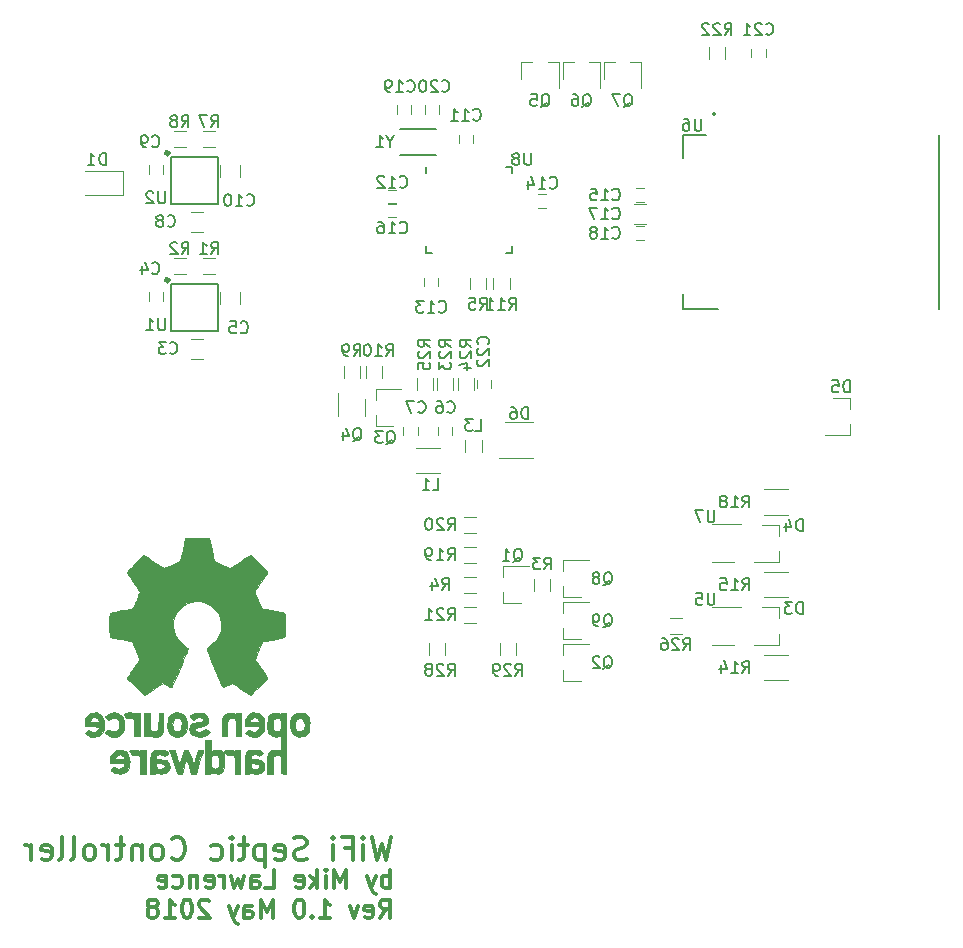
<source format=gbo>
G04 #@! TF.GenerationSoftware,KiCad,Pcbnew,(5.0.0-rc2-dev-640-gbf135b0)*
G04 #@! TF.CreationDate,2018-05-13T18:52:19-05:00*
G04 #@! TF.ProjectId,WiFi-Septic-Controller,576946692D5365707469632D436F6E74,rev?*
G04 #@! TF.SameCoordinates,Original*
G04 #@! TF.FileFunction,Legend,Bot*
G04 #@! TF.FilePolarity,Positive*
%FSLAX46Y46*%
G04 Gerber Fmt 4.6, Leading zero omitted, Abs format (unit mm)*
G04 Created by KiCad (PCBNEW (5.0.0-rc2-dev-640-gbf135b0)) date Sunday, May 13, 2018 at 06:52:19 PM*
%MOMM*%
%LPD*%
G01*
G04 APERTURE LIST*
%ADD10C,0.304800*%
%ADD11C,0.120000*%
%ADD12C,0.400000*%
%ADD13C,0.152400*%
%ADD14C,0.127000*%
%ADD15C,0.203200*%
%ADD16C,0.010000*%
%ADD17C,0.150000*%
G04 APERTURE END LIST*
D10*
X63315022Y-104641428D02*
X63315022Y-103117428D01*
X63315022Y-103698000D02*
X63169880Y-103625428D01*
X62879594Y-103625428D01*
X62734451Y-103698000D01*
X62661880Y-103770571D01*
X62589308Y-103915714D01*
X62589308Y-104351142D01*
X62661880Y-104496285D01*
X62734451Y-104568857D01*
X62879594Y-104641428D01*
X63169880Y-104641428D01*
X63315022Y-104568857D01*
X62081308Y-103625428D02*
X61718451Y-104641428D01*
X61355594Y-103625428D02*
X61718451Y-104641428D01*
X61863594Y-105004285D01*
X61936165Y-105076857D01*
X62081308Y-105149428D01*
X59613880Y-104641428D02*
X59613880Y-103117428D01*
X59105880Y-104206000D01*
X58597880Y-103117428D01*
X58597880Y-104641428D01*
X57872165Y-104641428D02*
X57872165Y-103625428D01*
X57872165Y-103117428D02*
X57944737Y-103190000D01*
X57872165Y-103262571D01*
X57799594Y-103190000D01*
X57872165Y-103117428D01*
X57872165Y-103262571D01*
X57146451Y-104641428D02*
X57146451Y-103117428D01*
X57001308Y-104060857D02*
X56565880Y-104641428D01*
X56565880Y-103625428D02*
X57146451Y-104206000D01*
X55332165Y-104568857D02*
X55477308Y-104641428D01*
X55767594Y-104641428D01*
X55912737Y-104568857D01*
X55985308Y-104423714D01*
X55985308Y-103843142D01*
X55912737Y-103698000D01*
X55767594Y-103625428D01*
X55477308Y-103625428D01*
X55332165Y-103698000D01*
X55259594Y-103843142D01*
X55259594Y-103988285D01*
X55985308Y-104133428D01*
X52719594Y-104641428D02*
X53445308Y-104641428D01*
X53445308Y-103117428D01*
X51558451Y-104641428D02*
X51558451Y-103843142D01*
X51631022Y-103698000D01*
X51776165Y-103625428D01*
X52066451Y-103625428D01*
X52211594Y-103698000D01*
X51558451Y-104568857D02*
X51703594Y-104641428D01*
X52066451Y-104641428D01*
X52211594Y-104568857D01*
X52284165Y-104423714D01*
X52284165Y-104278571D01*
X52211594Y-104133428D01*
X52066451Y-104060857D01*
X51703594Y-104060857D01*
X51558451Y-103988285D01*
X50977880Y-103625428D02*
X50687594Y-104641428D01*
X50397308Y-103915714D01*
X50107022Y-104641428D01*
X49816737Y-103625428D01*
X49236165Y-104641428D02*
X49236165Y-103625428D01*
X49236165Y-103915714D02*
X49163594Y-103770571D01*
X49091022Y-103698000D01*
X48945880Y-103625428D01*
X48800737Y-103625428D01*
X47712165Y-104568857D02*
X47857308Y-104641428D01*
X48147594Y-104641428D01*
X48292737Y-104568857D01*
X48365308Y-104423714D01*
X48365308Y-103843142D01*
X48292737Y-103698000D01*
X48147594Y-103625428D01*
X47857308Y-103625428D01*
X47712165Y-103698000D01*
X47639594Y-103843142D01*
X47639594Y-103988285D01*
X48365308Y-104133428D01*
X46986451Y-103625428D02*
X46986451Y-104641428D01*
X46986451Y-103770571D02*
X46913880Y-103698000D01*
X46768737Y-103625428D01*
X46551022Y-103625428D01*
X46405880Y-103698000D01*
X46333308Y-103843142D01*
X46333308Y-104641428D01*
X44954451Y-104568857D02*
X45099594Y-104641428D01*
X45389880Y-104641428D01*
X45535022Y-104568857D01*
X45607594Y-104496285D01*
X45680165Y-104351142D01*
X45680165Y-103915714D01*
X45607594Y-103770571D01*
X45535022Y-103698000D01*
X45389880Y-103625428D01*
X45099594Y-103625428D01*
X44954451Y-103698000D01*
X43720737Y-104568857D02*
X43865880Y-104641428D01*
X44156165Y-104641428D01*
X44301308Y-104568857D01*
X44373880Y-104423714D01*
X44373880Y-103843142D01*
X44301308Y-103698000D01*
X44156165Y-103625428D01*
X43865880Y-103625428D01*
X43720737Y-103698000D01*
X43648165Y-103843142D01*
X43648165Y-103988285D01*
X44373880Y-104133428D01*
X62444165Y-107181428D02*
X62952165Y-106455714D01*
X63315022Y-107181428D02*
X63315022Y-105657428D01*
X62734451Y-105657428D01*
X62589308Y-105730000D01*
X62516737Y-105802571D01*
X62444165Y-105947714D01*
X62444165Y-106165428D01*
X62516737Y-106310571D01*
X62589308Y-106383142D01*
X62734451Y-106455714D01*
X63315022Y-106455714D01*
X61210451Y-107108857D02*
X61355594Y-107181428D01*
X61645880Y-107181428D01*
X61791022Y-107108857D01*
X61863594Y-106963714D01*
X61863594Y-106383142D01*
X61791022Y-106238000D01*
X61645880Y-106165428D01*
X61355594Y-106165428D01*
X61210451Y-106238000D01*
X61137880Y-106383142D01*
X61137880Y-106528285D01*
X61863594Y-106673428D01*
X60629880Y-106165428D02*
X60267022Y-107181428D01*
X59904165Y-106165428D01*
X57364165Y-107181428D02*
X58235022Y-107181428D01*
X57799594Y-107181428D02*
X57799594Y-105657428D01*
X57944737Y-105875142D01*
X58089880Y-106020285D01*
X58235022Y-106092857D01*
X56711022Y-107036285D02*
X56638451Y-107108857D01*
X56711022Y-107181428D01*
X56783594Y-107108857D01*
X56711022Y-107036285D01*
X56711022Y-107181428D01*
X55695022Y-105657428D02*
X55549880Y-105657428D01*
X55404737Y-105730000D01*
X55332165Y-105802571D01*
X55259594Y-105947714D01*
X55187022Y-106238000D01*
X55187022Y-106600857D01*
X55259594Y-106891142D01*
X55332165Y-107036285D01*
X55404737Y-107108857D01*
X55549880Y-107181428D01*
X55695022Y-107181428D01*
X55840165Y-107108857D01*
X55912737Y-107036285D01*
X55985308Y-106891142D01*
X56057880Y-106600857D01*
X56057880Y-106238000D01*
X55985308Y-105947714D01*
X55912737Y-105802571D01*
X55840165Y-105730000D01*
X55695022Y-105657428D01*
X53372737Y-107181428D02*
X53372737Y-105657428D01*
X52864737Y-106746000D01*
X52356737Y-105657428D01*
X52356737Y-107181428D01*
X50977880Y-107181428D02*
X50977880Y-106383142D01*
X51050451Y-106238000D01*
X51195594Y-106165428D01*
X51485880Y-106165428D01*
X51631022Y-106238000D01*
X50977880Y-107108857D02*
X51123022Y-107181428D01*
X51485880Y-107181428D01*
X51631022Y-107108857D01*
X51703594Y-106963714D01*
X51703594Y-106818571D01*
X51631022Y-106673428D01*
X51485880Y-106600857D01*
X51123022Y-106600857D01*
X50977880Y-106528285D01*
X50397308Y-106165428D02*
X50034451Y-107181428D01*
X49671594Y-106165428D02*
X50034451Y-107181428D01*
X50179594Y-107544285D01*
X50252165Y-107616857D01*
X50397308Y-107689428D01*
X48002451Y-105802571D02*
X47929880Y-105730000D01*
X47784737Y-105657428D01*
X47421880Y-105657428D01*
X47276737Y-105730000D01*
X47204165Y-105802571D01*
X47131594Y-105947714D01*
X47131594Y-106092857D01*
X47204165Y-106310571D01*
X48075022Y-107181428D01*
X47131594Y-107181428D01*
X46188165Y-105657428D02*
X46043022Y-105657428D01*
X45897880Y-105730000D01*
X45825308Y-105802571D01*
X45752737Y-105947714D01*
X45680165Y-106238000D01*
X45680165Y-106600857D01*
X45752737Y-106891142D01*
X45825308Y-107036285D01*
X45897880Y-107108857D01*
X46043022Y-107181428D01*
X46188165Y-107181428D01*
X46333308Y-107108857D01*
X46405880Y-107036285D01*
X46478451Y-106891142D01*
X46551022Y-106600857D01*
X46551022Y-106238000D01*
X46478451Y-105947714D01*
X46405880Y-105802571D01*
X46333308Y-105730000D01*
X46188165Y-105657428D01*
X44228737Y-107181428D02*
X45099594Y-107181428D01*
X44664165Y-107181428D02*
X44664165Y-105657428D01*
X44809308Y-105875142D01*
X44954451Y-106020285D01*
X45099594Y-106092857D01*
X43357880Y-106310571D02*
X43503022Y-106238000D01*
X43575594Y-106165428D01*
X43648165Y-106020285D01*
X43648165Y-105947714D01*
X43575594Y-105802571D01*
X43503022Y-105730000D01*
X43357880Y-105657428D01*
X43067594Y-105657428D01*
X42922451Y-105730000D01*
X42849880Y-105802571D01*
X42777308Y-105947714D01*
X42777308Y-106020285D01*
X42849880Y-106165428D01*
X42922451Y-106238000D01*
X43067594Y-106310571D01*
X43357880Y-106310571D01*
X43503022Y-106383142D01*
X43575594Y-106455714D01*
X43648165Y-106600857D01*
X43648165Y-106891142D01*
X43575594Y-107036285D01*
X43503022Y-107108857D01*
X43357880Y-107181428D01*
X43067594Y-107181428D01*
X42922451Y-107108857D01*
X42849880Y-107036285D01*
X42777308Y-106891142D01*
X42777308Y-106600857D01*
X42849880Y-106455714D01*
X42922451Y-106383142D01*
X43067594Y-106310571D01*
X63405737Y-100368785D02*
X62952165Y-102273785D01*
X62589308Y-100913071D01*
X62226451Y-102273785D01*
X61772880Y-100368785D01*
X61047165Y-102273785D02*
X61047165Y-101003785D01*
X61047165Y-100368785D02*
X61137880Y-100459500D01*
X61047165Y-100550214D01*
X60956451Y-100459500D01*
X61047165Y-100368785D01*
X61047165Y-100550214D01*
X59505022Y-101275928D02*
X60140022Y-101275928D01*
X60140022Y-102273785D02*
X60140022Y-100368785D01*
X59232880Y-100368785D01*
X58507165Y-102273785D02*
X58507165Y-101003785D01*
X58507165Y-100368785D02*
X58597880Y-100459500D01*
X58507165Y-100550214D01*
X58416451Y-100459500D01*
X58507165Y-100368785D01*
X58507165Y-100550214D01*
X56239308Y-102183071D02*
X55967165Y-102273785D01*
X55513594Y-102273785D01*
X55332165Y-102183071D01*
X55241451Y-102092357D01*
X55150737Y-101910928D01*
X55150737Y-101729500D01*
X55241451Y-101548071D01*
X55332165Y-101457357D01*
X55513594Y-101366642D01*
X55876451Y-101275928D01*
X56057880Y-101185214D01*
X56148594Y-101094500D01*
X56239308Y-100913071D01*
X56239308Y-100731642D01*
X56148594Y-100550214D01*
X56057880Y-100459500D01*
X55876451Y-100368785D01*
X55422880Y-100368785D01*
X55150737Y-100459500D01*
X53608594Y-102183071D02*
X53790022Y-102273785D01*
X54152880Y-102273785D01*
X54334308Y-102183071D01*
X54425022Y-102001642D01*
X54425022Y-101275928D01*
X54334308Y-101094500D01*
X54152880Y-101003785D01*
X53790022Y-101003785D01*
X53608594Y-101094500D01*
X53517880Y-101275928D01*
X53517880Y-101457357D01*
X54425022Y-101638785D01*
X52701451Y-101003785D02*
X52701451Y-102908785D01*
X52701451Y-101094500D02*
X52520022Y-101003785D01*
X52157165Y-101003785D01*
X51975737Y-101094500D01*
X51885022Y-101185214D01*
X51794308Y-101366642D01*
X51794308Y-101910928D01*
X51885022Y-102092357D01*
X51975737Y-102183071D01*
X52157165Y-102273785D01*
X52520022Y-102273785D01*
X52701451Y-102183071D01*
X51250022Y-101003785D02*
X50524308Y-101003785D01*
X50977880Y-100368785D02*
X50977880Y-102001642D01*
X50887165Y-102183071D01*
X50705737Y-102273785D01*
X50524308Y-102273785D01*
X49889308Y-102273785D02*
X49889308Y-101003785D01*
X49889308Y-100368785D02*
X49980022Y-100459500D01*
X49889308Y-100550214D01*
X49798594Y-100459500D01*
X49889308Y-100368785D01*
X49889308Y-100550214D01*
X48165737Y-102183071D02*
X48347165Y-102273785D01*
X48710022Y-102273785D01*
X48891451Y-102183071D01*
X48982165Y-102092357D01*
X49072880Y-101910928D01*
X49072880Y-101366642D01*
X48982165Y-101185214D01*
X48891451Y-101094500D01*
X48710022Y-101003785D01*
X48347165Y-101003785D01*
X48165737Y-101094500D01*
X44809308Y-102092357D02*
X44900022Y-102183071D01*
X45172165Y-102273785D01*
X45353594Y-102273785D01*
X45625737Y-102183071D01*
X45807165Y-102001642D01*
X45897880Y-101820214D01*
X45988594Y-101457357D01*
X45988594Y-101185214D01*
X45897880Y-100822357D01*
X45807165Y-100640928D01*
X45625737Y-100459500D01*
X45353594Y-100368785D01*
X45172165Y-100368785D01*
X44900022Y-100459500D01*
X44809308Y-100550214D01*
X43720737Y-102273785D02*
X43902165Y-102183071D01*
X43992880Y-102092357D01*
X44083594Y-101910928D01*
X44083594Y-101366642D01*
X43992880Y-101185214D01*
X43902165Y-101094500D01*
X43720737Y-101003785D01*
X43448594Y-101003785D01*
X43267165Y-101094500D01*
X43176451Y-101185214D01*
X43085737Y-101366642D01*
X43085737Y-101910928D01*
X43176451Y-102092357D01*
X43267165Y-102183071D01*
X43448594Y-102273785D01*
X43720737Y-102273785D01*
X42269308Y-101003785D02*
X42269308Y-102273785D01*
X42269308Y-101185214D02*
X42178594Y-101094500D01*
X41997165Y-101003785D01*
X41725022Y-101003785D01*
X41543594Y-101094500D01*
X41452880Y-101275928D01*
X41452880Y-102273785D01*
X40817880Y-101003785D02*
X40092165Y-101003785D01*
X40545737Y-100368785D02*
X40545737Y-102001642D01*
X40455022Y-102183071D01*
X40273594Y-102273785D01*
X40092165Y-102273785D01*
X39457165Y-102273785D02*
X39457165Y-101003785D01*
X39457165Y-101366642D02*
X39366451Y-101185214D01*
X39275737Y-101094500D01*
X39094308Y-101003785D01*
X38912880Y-101003785D01*
X38005737Y-102273785D02*
X38187165Y-102183071D01*
X38277880Y-102092357D01*
X38368594Y-101910928D01*
X38368594Y-101366642D01*
X38277880Y-101185214D01*
X38187165Y-101094500D01*
X38005737Y-101003785D01*
X37733594Y-101003785D01*
X37552165Y-101094500D01*
X37461451Y-101185214D01*
X37370737Y-101366642D01*
X37370737Y-101910928D01*
X37461451Y-102092357D01*
X37552165Y-102183071D01*
X37733594Y-102273785D01*
X38005737Y-102273785D01*
X36282165Y-102273785D02*
X36463594Y-102183071D01*
X36554308Y-102001642D01*
X36554308Y-100368785D01*
X35284308Y-102273785D02*
X35465737Y-102183071D01*
X35556451Y-102001642D01*
X35556451Y-100368785D01*
X33832880Y-102183071D02*
X34014308Y-102273785D01*
X34377165Y-102273785D01*
X34558594Y-102183071D01*
X34649308Y-102001642D01*
X34649308Y-101275928D01*
X34558594Y-101094500D01*
X34377165Y-101003785D01*
X34014308Y-101003785D01*
X33832880Y-101094500D01*
X33742165Y-101275928D01*
X33742165Y-101457357D01*
X34649308Y-101638785D01*
X32925737Y-102273785D02*
X32925737Y-101003785D01*
X32925737Y-101366642D02*
X32835022Y-101185214D01*
X32744308Y-101094500D01*
X32562880Y-101003785D01*
X32381451Y-101003785D01*
D11*
X47500000Y-41930000D02*
X48500000Y-41930000D01*
X48500000Y-40570000D02*
X47500000Y-40570000D01*
X45000000Y-41930000D02*
X46000000Y-41930000D01*
X46000000Y-40570000D02*
X45000000Y-40570000D01*
D12*
X44550000Y-42450000D02*
G75*
G03X44550000Y-42450000I-100000J0D01*
G01*
D13*
X48750000Y-42750000D02*
X44750000Y-42750000D01*
X48750000Y-46750000D02*
X48750000Y-42750000D01*
X44750000Y-46750000D02*
X48750000Y-46750000D01*
X44750000Y-42750000D02*
X44750000Y-46750000D01*
D11*
X48900000Y-44500000D02*
X48900000Y-43500000D01*
X50600000Y-43500000D02*
X50600000Y-44500000D01*
X42900000Y-43500000D02*
X42900000Y-44200000D01*
X44100000Y-44200000D02*
X44100000Y-43500000D01*
X46500000Y-47400000D02*
X47500000Y-47400000D01*
X47500000Y-49100000D02*
X46500000Y-49100000D01*
D14*
X109800000Y-55615000D02*
X109800000Y-40885000D01*
D15*
X90900000Y-39135000D02*
G75*
G03X90900000Y-39135000I-150000J0D01*
G01*
D14*
X90100000Y-40885000D02*
X88080000Y-40885000D01*
X88080000Y-40885000D02*
X88080000Y-42900000D01*
X88080000Y-54350000D02*
X88080000Y-55615000D01*
X88080000Y-55615000D02*
X91100000Y-55615000D01*
D16*
G36*
X53320808Y-89865166D02*
X53233015Y-89908540D01*
X53124751Y-89984122D01*
X53045845Y-90066542D01*
X52991805Y-90170037D01*
X52958141Y-90308843D01*
X52940363Y-90497194D01*
X52933980Y-90749328D01*
X52933607Y-90857724D01*
X52934696Y-91095287D01*
X52939222Y-91265068D01*
X52949068Y-91382550D01*
X52966118Y-91463215D01*
X52992259Y-91522545D01*
X53019458Y-91563020D01*
X53193080Y-91735225D01*
X53397538Y-91838806D01*
X53618104Y-91869960D01*
X53840046Y-91824885D01*
X53910360Y-91793009D01*
X54078689Y-91705271D01*
X54078689Y-93080172D01*
X53955838Y-93016643D01*
X53793967Y-92967491D01*
X53595005Y-92954900D01*
X53396328Y-92978147D01*
X53246290Y-93030370D01*
X53121841Y-93129826D01*
X53015508Y-93272143D01*
X53007513Y-93286755D01*
X52973793Y-93355582D01*
X52949166Y-93424956D01*
X52932214Y-93508996D01*
X52921519Y-93621816D01*
X52915662Y-93777533D01*
X52913227Y-93990265D01*
X52912787Y-94229664D01*
X52912787Y-94993443D01*
X53370820Y-94993443D01*
X53370820Y-93585108D01*
X53498933Y-93477308D01*
X53632018Y-93391079D01*
X53758048Y-93375401D01*
X53884778Y-93415747D01*
X53952317Y-93455254D01*
X54002586Y-93511527D01*
X54038338Y-93596572D01*
X54062328Y-93722394D01*
X54077311Y-93900998D01*
X54086040Y-94144391D01*
X54089114Y-94306394D01*
X54099508Y-94972623D01*
X54318115Y-94985209D01*
X54536721Y-94997795D01*
X54536721Y-90863464D01*
X54078689Y-90863464D01*
X54067011Y-91093953D01*
X54027662Y-91253950D01*
X53954166Y-91353497D01*
X53840049Y-91402639D01*
X53724754Y-91412459D01*
X53594238Y-91401175D01*
X53507617Y-91356764D01*
X53453451Y-91298081D01*
X53410810Y-91234962D01*
X53385426Y-91164645D01*
X53374131Y-91066123D01*
X53373760Y-90918387D01*
X53377560Y-90794683D01*
X53386288Y-90608328D01*
X53399280Y-90485982D01*
X53421159Y-90408377D01*
X53456546Y-90356245D01*
X53489941Y-90326111D01*
X53629475Y-90260399D01*
X53794619Y-90249787D01*
X53889446Y-90272423D01*
X53983334Y-90352881D01*
X54045526Y-90509392D01*
X54075669Y-90740852D01*
X54078689Y-90863464D01*
X54536721Y-90863464D01*
X54536721Y-89830164D01*
X54307705Y-89830164D01*
X54170206Y-89835602D01*
X54099267Y-89854909D01*
X54078697Y-89892576D01*
X54078689Y-89893692D01*
X54069145Y-89930581D01*
X54027051Y-89926393D01*
X53943361Y-89885859D01*
X53748354Y-89823850D01*
X53528954Y-89817332D01*
X53320808Y-89865166D01*
X53320808Y-89865166D01*
G37*
X53320808Y-89865166D02*
X53233015Y-89908540D01*
X53124751Y-89984122D01*
X53045845Y-90066542D01*
X52991805Y-90170037D01*
X52958141Y-90308843D01*
X52940363Y-90497194D01*
X52933980Y-90749328D01*
X52933607Y-90857724D01*
X52934696Y-91095287D01*
X52939222Y-91265068D01*
X52949068Y-91382550D01*
X52966118Y-91463215D01*
X52992259Y-91522545D01*
X53019458Y-91563020D01*
X53193080Y-91735225D01*
X53397538Y-91838806D01*
X53618104Y-91869960D01*
X53840046Y-91824885D01*
X53910360Y-91793009D01*
X54078689Y-91705271D01*
X54078689Y-93080172D01*
X53955838Y-93016643D01*
X53793967Y-92967491D01*
X53595005Y-92954900D01*
X53396328Y-92978147D01*
X53246290Y-93030370D01*
X53121841Y-93129826D01*
X53015508Y-93272143D01*
X53007513Y-93286755D01*
X52973793Y-93355582D01*
X52949166Y-93424956D01*
X52932214Y-93508996D01*
X52921519Y-93621816D01*
X52915662Y-93777533D01*
X52913227Y-93990265D01*
X52912787Y-94229664D01*
X52912787Y-94993443D01*
X53370820Y-94993443D01*
X53370820Y-93585108D01*
X53498933Y-93477308D01*
X53632018Y-93391079D01*
X53758048Y-93375401D01*
X53884778Y-93415747D01*
X53952317Y-93455254D01*
X54002586Y-93511527D01*
X54038338Y-93596572D01*
X54062328Y-93722394D01*
X54077311Y-93900998D01*
X54086040Y-94144391D01*
X54089114Y-94306394D01*
X54099508Y-94972623D01*
X54318115Y-94985209D01*
X54536721Y-94997795D01*
X54536721Y-90863464D01*
X54078689Y-90863464D01*
X54067011Y-91093953D01*
X54027662Y-91253950D01*
X53954166Y-91353497D01*
X53840049Y-91402639D01*
X53724754Y-91412459D01*
X53594238Y-91401175D01*
X53507617Y-91356764D01*
X53453451Y-91298081D01*
X53410810Y-91234962D01*
X53385426Y-91164645D01*
X53374131Y-91066123D01*
X53373760Y-90918387D01*
X53377560Y-90794683D01*
X53386288Y-90608328D01*
X53399280Y-90485982D01*
X53421159Y-90408377D01*
X53456546Y-90356245D01*
X53489941Y-90326111D01*
X53629475Y-90260399D01*
X53794619Y-90249787D01*
X53889446Y-90272423D01*
X53983334Y-90352881D01*
X54045526Y-90509392D01*
X54075669Y-90740852D01*
X54078689Y-90863464D01*
X54536721Y-90863464D01*
X54536721Y-89830164D01*
X54307705Y-89830164D01*
X54170206Y-89835602D01*
X54099267Y-89854909D01*
X54078697Y-89892576D01*
X54078689Y-89893692D01*
X54069145Y-89930581D01*
X54027051Y-89926393D01*
X53943361Y-89885859D01*
X53748354Y-89823850D01*
X53528954Y-89817332D01*
X53320808Y-89865166D01*
G36*
X51583779Y-92969247D02*
X51387889Y-93021514D01*
X51238767Y-93116253D01*
X51133535Y-93240338D01*
X51100821Y-93293296D01*
X51076669Y-93348768D01*
X51059784Y-93419730D01*
X51048873Y-93519154D01*
X51042640Y-93660016D01*
X51039791Y-93855289D01*
X51039032Y-94117948D01*
X51039016Y-94187633D01*
X51039016Y-94993443D01*
X51238885Y-94993443D01*
X51366370Y-94984515D01*
X51460634Y-94961896D01*
X51484251Y-94947946D01*
X51548815Y-94923870D01*
X51614759Y-94947946D01*
X51723332Y-94978003D01*
X51881042Y-94990100D01*
X52055844Y-94984851D01*
X52215693Y-94962869D01*
X52309016Y-94934663D01*
X52489609Y-94818731D01*
X52602470Y-94657847D01*
X52653209Y-94443936D01*
X52653680Y-94438443D01*
X52649227Y-94343547D01*
X52246557Y-94343547D01*
X52211354Y-94451484D01*
X52154014Y-94512229D01*
X52038913Y-94558172D01*
X51886986Y-94576512D01*
X51732061Y-94567485D01*
X51607964Y-94531332D01*
X51573197Y-94508137D01*
X51512444Y-94400960D01*
X51497049Y-94279120D01*
X51497049Y-94119017D01*
X51727403Y-94119017D01*
X51946241Y-94135863D01*
X52112137Y-94183593D01*
X52215338Y-94257986D01*
X52246557Y-94343547D01*
X52649227Y-94343547D01*
X52642713Y-94204731D01*
X52565631Y-94019946D01*
X52420714Y-93880206D01*
X52400683Y-93867495D01*
X52314610Y-93826105D01*
X52208073Y-93801041D01*
X52059141Y-93788858D01*
X51882213Y-93786057D01*
X51497049Y-93785902D01*
X51497049Y-93624443D01*
X51513387Y-93499168D01*
X51555078Y-93415241D01*
X51559959Y-93410773D01*
X51652736Y-93374059D01*
X51792784Y-93359828D01*
X51947555Y-93366821D01*
X52084499Y-93393780D01*
X52165759Y-93434212D01*
X52209790Y-93466601D01*
X52256285Y-93472784D01*
X52320451Y-93446248D01*
X52417495Y-93380479D01*
X52562626Y-93268963D01*
X52575947Y-93258516D01*
X52569121Y-93219862D01*
X52512178Y-93155572D01*
X52425630Y-93084131D01*
X52329992Y-93024021D01*
X52299944Y-93009827D01*
X52190341Y-92981503D01*
X52029735Y-92961300D01*
X51850302Y-92953196D01*
X51841911Y-92953180D01*
X51583779Y-92969247D01*
X51583779Y-92969247D01*
G37*
X51583779Y-92969247D02*
X51387889Y-93021514D01*
X51238767Y-93116253D01*
X51133535Y-93240338D01*
X51100821Y-93293296D01*
X51076669Y-93348768D01*
X51059784Y-93419730D01*
X51048873Y-93519154D01*
X51042640Y-93660016D01*
X51039791Y-93855289D01*
X51039032Y-94117948D01*
X51039016Y-94187633D01*
X51039016Y-94993443D01*
X51238885Y-94993443D01*
X51366370Y-94984515D01*
X51460634Y-94961896D01*
X51484251Y-94947946D01*
X51548815Y-94923870D01*
X51614759Y-94947946D01*
X51723332Y-94978003D01*
X51881042Y-94990100D01*
X52055844Y-94984851D01*
X52215693Y-94962869D01*
X52309016Y-94934663D01*
X52489609Y-94818731D01*
X52602470Y-94657847D01*
X52653209Y-94443936D01*
X52653680Y-94438443D01*
X52649227Y-94343547D01*
X52246557Y-94343547D01*
X52211354Y-94451484D01*
X52154014Y-94512229D01*
X52038913Y-94558172D01*
X51886986Y-94576512D01*
X51732061Y-94567485D01*
X51607964Y-94531332D01*
X51573197Y-94508137D01*
X51512444Y-94400960D01*
X51497049Y-94279120D01*
X51497049Y-94119017D01*
X51727403Y-94119017D01*
X51946241Y-94135863D01*
X52112137Y-94183593D01*
X52215338Y-94257986D01*
X52246557Y-94343547D01*
X52649227Y-94343547D01*
X52642713Y-94204731D01*
X52565631Y-94019946D01*
X52420714Y-93880206D01*
X52400683Y-93867495D01*
X52314610Y-93826105D01*
X52208073Y-93801041D01*
X52059141Y-93788858D01*
X51882213Y-93786057D01*
X51497049Y-93785902D01*
X51497049Y-93624443D01*
X51513387Y-93499168D01*
X51555078Y-93415241D01*
X51559959Y-93410773D01*
X51652736Y-93374059D01*
X51792784Y-93359828D01*
X51947555Y-93366821D01*
X52084499Y-93393780D01*
X52165759Y-93434212D01*
X52209790Y-93466601D01*
X52256285Y-93472784D01*
X52320451Y-93446248D01*
X52417495Y-93380479D01*
X52562626Y-93268963D01*
X52575947Y-93258516D01*
X52569121Y-93219862D01*
X52512178Y-93155572D01*
X52425630Y-93084131D01*
X52329992Y-93024021D01*
X52299944Y-93009827D01*
X52190341Y-92981503D01*
X52029735Y-92961300D01*
X51850302Y-92953196D01*
X51841911Y-92953180D01*
X51583779Y-92969247D01*
G36*
X50289475Y-92957540D02*
X50227163Y-92976218D01*
X50207075Y-93017255D01*
X50206230Y-93035782D01*
X50202625Y-93087383D01*
X50177800Y-93095484D01*
X50110737Y-93060108D01*
X50070902Y-93035937D01*
X49945227Y-92984175D01*
X49795123Y-92958581D01*
X49637737Y-92956613D01*
X49490214Y-92975729D01*
X49369700Y-93013387D01*
X49293340Y-93067044D01*
X49278281Y-93134158D01*
X49285881Y-93152333D01*
X49341282Y-93227777D01*
X49427190Y-93320568D01*
X49442728Y-93335568D01*
X49524612Y-93404540D01*
X49595263Y-93426825D01*
X49694068Y-93411272D01*
X49733652Y-93400938D01*
X49856828Y-93376116D01*
X49943436Y-93387278D01*
X50016576Y-93426646D01*
X50083574Y-93479479D01*
X50132918Y-93545924D01*
X50167209Y-93638652D01*
X50189048Y-93770334D01*
X50201034Y-93953641D01*
X50205769Y-94201246D01*
X50206230Y-94350744D01*
X50206230Y-94993443D01*
X50622623Y-94993443D01*
X50622623Y-92953115D01*
X50414426Y-92953115D01*
X50289475Y-92957540D01*
X50289475Y-92957540D01*
G37*
X50289475Y-92957540D02*
X50227163Y-92976218D01*
X50207075Y-93017255D01*
X50206230Y-93035782D01*
X50202625Y-93087383D01*
X50177800Y-93095484D01*
X50110737Y-93060108D01*
X50070902Y-93035937D01*
X49945227Y-92984175D01*
X49795123Y-92958581D01*
X49637737Y-92956613D01*
X49490214Y-92975729D01*
X49369700Y-93013387D01*
X49293340Y-93067044D01*
X49278281Y-93134158D01*
X49285881Y-93152333D01*
X49341282Y-93227777D01*
X49427190Y-93320568D01*
X49442728Y-93335568D01*
X49524612Y-93404540D01*
X49595263Y-93426825D01*
X49694068Y-93411272D01*
X49733652Y-93400938D01*
X49856828Y-93376116D01*
X49943436Y-93387278D01*
X50016576Y-93426646D01*
X50083574Y-93479479D01*
X50132918Y-93545924D01*
X50167209Y-93638652D01*
X50189048Y-93770334D01*
X50201034Y-93953641D01*
X50205769Y-94201246D01*
X50206230Y-94350744D01*
X50206230Y-94993443D01*
X50622623Y-94993443D01*
X50622623Y-92953115D01*
X50414426Y-92953115D01*
X50289475Y-92957540D01*
G36*
X47666230Y-94993443D02*
X47895246Y-94993443D01*
X48028175Y-94989546D01*
X48097405Y-94973407D01*
X48122332Y-94938354D01*
X48124262Y-94914653D01*
X48128466Y-94867123D01*
X48154974Y-94858008D01*
X48224633Y-94887308D01*
X48278804Y-94914653D01*
X48486777Y-94979451D01*
X48712853Y-94983201D01*
X48896655Y-94934873D01*
X49067813Y-94818118D01*
X49198284Y-94645781D01*
X49269727Y-94442506D01*
X49271546Y-94431141D01*
X49282161Y-94307136D01*
X49287440Y-94129117D01*
X49287016Y-93994480D01*
X48832172Y-93994480D01*
X48821635Y-94173428D01*
X48797666Y-94320924D01*
X48765217Y-94404217D01*
X48642456Y-94518041D01*
X48496701Y-94558845D01*
X48346393Y-94525848D01*
X48217951Y-94427422D01*
X48169308Y-94361224D01*
X48140866Y-94282231D01*
X48127544Y-94166926D01*
X48124262Y-93993736D01*
X48130135Y-93822229D01*
X48145647Y-93671540D01*
X48167638Y-93570698D01*
X48171303Y-93561659D01*
X48259988Y-93454195D01*
X48389428Y-93395195D01*
X48534257Y-93385669D01*
X48669109Y-93426626D01*
X48768617Y-93519076D01*
X48778940Y-93537473D01*
X48811250Y-93649646D01*
X48828852Y-93810934D01*
X48832172Y-93994480D01*
X49287016Y-93994480D01*
X49286800Y-93926212D01*
X49283806Y-93817010D01*
X49263442Y-93546856D01*
X49221117Y-93344024D01*
X49150706Y-93194077D01*
X49046088Y-93082579D01*
X48944521Y-93017127D01*
X48802616Y-92971117D01*
X48626121Y-92955336D01*
X48445393Y-92968190D01*
X48290787Y-93008081D01*
X48209101Y-93055801D01*
X48124262Y-93132579D01*
X48124262Y-92161967D01*
X47666230Y-92161967D01*
X47666230Y-94993443D01*
X47666230Y-94993443D01*
G37*
X47666230Y-94993443D02*
X47895246Y-94993443D01*
X48028175Y-94989546D01*
X48097405Y-94973407D01*
X48122332Y-94938354D01*
X48124262Y-94914653D01*
X48128466Y-94867123D01*
X48154974Y-94858008D01*
X48224633Y-94887308D01*
X48278804Y-94914653D01*
X48486777Y-94979451D01*
X48712853Y-94983201D01*
X48896655Y-94934873D01*
X49067813Y-94818118D01*
X49198284Y-94645781D01*
X49269727Y-94442506D01*
X49271546Y-94431141D01*
X49282161Y-94307136D01*
X49287440Y-94129117D01*
X49287016Y-93994480D01*
X48832172Y-93994480D01*
X48821635Y-94173428D01*
X48797666Y-94320924D01*
X48765217Y-94404217D01*
X48642456Y-94518041D01*
X48496701Y-94558845D01*
X48346393Y-94525848D01*
X48217951Y-94427422D01*
X48169308Y-94361224D01*
X48140866Y-94282231D01*
X48127544Y-94166926D01*
X48124262Y-93993736D01*
X48130135Y-93822229D01*
X48145647Y-93671540D01*
X48167638Y-93570698D01*
X48171303Y-93561659D01*
X48259988Y-93454195D01*
X48389428Y-93395195D01*
X48534257Y-93385669D01*
X48669109Y-93426626D01*
X48768617Y-93519076D01*
X48778940Y-93537473D01*
X48811250Y-93649646D01*
X48828852Y-93810934D01*
X48832172Y-93994480D01*
X49287016Y-93994480D01*
X49286800Y-93926212D01*
X49283806Y-93817010D01*
X49263442Y-93546856D01*
X49221117Y-93344024D01*
X49150706Y-93194077D01*
X49046088Y-93082579D01*
X48944521Y-93017127D01*
X48802616Y-92971117D01*
X48626121Y-92955336D01*
X48445393Y-92968190D01*
X48290787Y-93008081D01*
X48209101Y-93055801D01*
X48124262Y-93132579D01*
X48124262Y-92161967D01*
X47666230Y-92161967D01*
X47666230Y-94993443D01*
G36*
X45903058Y-92973935D02*
X45687752Y-93619344D01*
X45472445Y-94264754D01*
X45404936Y-94035738D01*
X45364309Y-93894204D01*
X45310867Y-93702936D01*
X45253158Y-93492693D01*
X45222645Y-93379918D01*
X45107864Y-92953115D01*
X44634313Y-92953115D01*
X44775861Y-93400738D01*
X44845567Y-93620903D01*
X44929777Y-93886471D01*
X45017719Y-94163492D01*
X45096228Y-94410492D01*
X45275048Y-94972623D01*
X45468118Y-94985185D01*
X45661189Y-94997746D01*
X45765882Y-94652070D01*
X45830447Y-94437335D01*
X45900908Y-94200604D01*
X45962489Y-93991526D01*
X45964919Y-93983205D01*
X46010915Y-93841537D01*
X46051497Y-93744874D01*
X46079920Y-93708321D01*
X46085761Y-93712549D01*
X46106262Y-93769217D01*
X46145215Y-93890605D01*
X46197878Y-94061448D01*
X46259509Y-94266482D01*
X46292857Y-94379262D01*
X46473454Y-94993443D01*
X46856733Y-94993443D01*
X47163133Y-94025328D01*
X47249209Y-93753759D01*
X47327620Y-93507138D01*
X47394661Y-93297048D01*
X47446631Y-93135076D01*
X47479826Y-93032808D01*
X47489916Y-93002928D01*
X47481928Y-92972334D01*
X47419208Y-92958935D01*
X47288685Y-92960275D01*
X47268253Y-92961288D01*
X47026208Y-92973935D01*
X46867683Y-93556885D01*
X46809415Y-93769486D01*
X46757345Y-93956377D01*
X46716056Y-94101331D01*
X46690134Y-94188120D01*
X46685344Y-94202269D01*
X46665496Y-94185998D01*
X46625470Y-94101697D01*
X46569862Y-93960842D01*
X46503269Y-93774911D01*
X46446976Y-93606956D01*
X46232422Y-92949209D01*
X45903058Y-92973935D01*
X45903058Y-92973935D01*
G37*
X45903058Y-92973935D02*
X45687752Y-93619344D01*
X45472445Y-94264754D01*
X45404936Y-94035738D01*
X45364309Y-93894204D01*
X45310867Y-93702936D01*
X45253158Y-93492693D01*
X45222645Y-93379918D01*
X45107864Y-92953115D01*
X44634313Y-92953115D01*
X44775861Y-93400738D01*
X44845567Y-93620903D01*
X44929777Y-93886471D01*
X45017719Y-94163492D01*
X45096228Y-94410492D01*
X45275048Y-94972623D01*
X45468118Y-94985185D01*
X45661189Y-94997746D01*
X45765882Y-94652070D01*
X45830447Y-94437335D01*
X45900908Y-94200604D01*
X45962489Y-93991526D01*
X45964919Y-93983205D01*
X46010915Y-93841537D01*
X46051497Y-93744874D01*
X46079920Y-93708321D01*
X46085761Y-93712549D01*
X46106262Y-93769217D01*
X46145215Y-93890605D01*
X46197878Y-94061448D01*
X46259509Y-94266482D01*
X46292857Y-94379262D01*
X46473454Y-94993443D01*
X46856733Y-94993443D01*
X47163133Y-94025328D01*
X47249209Y-93753759D01*
X47327620Y-93507138D01*
X47394661Y-93297048D01*
X47446631Y-93135076D01*
X47479826Y-93032808D01*
X47489916Y-93002928D01*
X47481928Y-92972334D01*
X47419208Y-92958935D01*
X47288685Y-92960275D01*
X47268253Y-92961288D01*
X47026208Y-92973935D01*
X46867683Y-93556885D01*
X46809415Y-93769486D01*
X46757345Y-93956377D01*
X46716056Y-94101331D01*
X46690134Y-94188120D01*
X46685344Y-94202269D01*
X46665496Y-94185998D01*
X46625470Y-94101697D01*
X46569862Y-93960842D01*
X46503269Y-93774911D01*
X46446976Y-93606956D01*
X46232422Y-92949209D01*
X45903058Y-92973935D01*
G36*
X43561330Y-92965480D02*
X43385821Y-93008109D01*
X43335088Y-93030693D01*
X43236746Y-93089847D01*
X43161273Y-93156472D01*
X43105429Y-93242135D01*
X43065974Y-93358405D01*
X43039668Y-93516848D01*
X43023271Y-93729034D01*
X43013543Y-94006529D01*
X43009849Y-94191885D01*
X42996255Y-94993443D01*
X43228456Y-94993443D01*
X43369323Y-94987536D01*
X43441898Y-94967350D01*
X43460656Y-94933453D01*
X43470559Y-94896799D01*
X43514834Y-94903807D01*
X43575164Y-94933197D01*
X43726197Y-94978246D01*
X43920307Y-94990385D01*
X44124469Y-94970529D01*
X44305660Y-94919592D01*
X44321911Y-94912522D01*
X44487509Y-94796188D01*
X44596676Y-94634467D01*
X44646909Y-94445430D01*
X44643072Y-94377515D01*
X44233237Y-94377515D01*
X44197125Y-94468914D01*
X44090058Y-94534411D01*
X43917316Y-94569563D01*
X43825000Y-94574231D01*
X43671150Y-94562282D01*
X43568885Y-94515844D01*
X43543934Y-94493771D01*
X43476339Y-94373681D01*
X43460656Y-94264754D01*
X43460656Y-94119017D01*
X43663648Y-94119017D01*
X43899613Y-94131043D01*
X44065119Y-94168871D01*
X44169695Y-94235121D01*
X44193109Y-94264656D01*
X44233237Y-94377515D01*
X44643072Y-94377515D01*
X44635705Y-94247148D01*
X44560560Y-94057692D01*
X44458032Y-93929656D01*
X44395935Y-93874302D01*
X44335145Y-93837924D01*
X44256048Y-93815744D01*
X44139029Y-93802982D01*
X43964473Y-93794857D01*
X43895237Y-93792521D01*
X43460656Y-93778321D01*
X43461293Y-93646784D01*
X43478124Y-93508519D01*
X43538974Y-93424917D01*
X43661905Y-93371507D01*
X43665203Y-93370555D01*
X43839496Y-93349555D01*
X44010048Y-93376985D01*
X44136800Y-93443689D01*
X44187658Y-93476625D01*
X44242435Y-93472068D01*
X44326728Y-93424349D01*
X44376227Y-93390671D01*
X44473045Y-93318716D01*
X44533018Y-93264779D01*
X44542641Y-93249337D01*
X44503015Y-93169424D01*
X44385936Y-93073989D01*
X44335082Y-93041789D01*
X44188887Y-92986332D01*
X43991863Y-92954913D01*
X43773011Y-92947855D01*
X43561330Y-92965480D01*
X43561330Y-92965480D01*
G37*
X43561330Y-92965480D02*
X43385821Y-93008109D01*
X43335088Y-93030693D01*
X43236746Y-93089847D01*
X43161273Y-93156472D01*
X43105429Y-93242135D01*
X43065974Y-93358405D01*
X43039668Y-93516848D01*
X43023271Y-93729034D01*
X43013543Y-94006529D01*
X43009849Y-94191885D01*
X42996255Y-94993443D01*
X43228456Y-94993443D01*
X43369323Y-94987536D01*
X43441898Y-94967350D01*
X43460656Y-94933453D01*
X43470559Y-94896799D01*
X43514834Y-94903807D01*
X43575164Y-94933197D01*
X43726197Y-94978246D01*
X43920307Y-94990385D01*
X44124469Y-94970529D01*
X44305660Y-94919592D01*
X44321911Y-94912522D01*
X44487509Y-94796188D01*
X44596676Y-94634467D01*
X44646909Y-94445430D01*
X44643072Y-94377515D01*
X44233237Y-94377515D01*
X44197125Y-94468914D01*
X44090058Y-94534411D01*
X43917316Y-94569563D01*
X43825000Y-94574231D01*
X43671150Y-94562282D01*
X43568885Y-94515844D01*
X43543934Y-94493771D01*
X43476339Y-94373681D01*
X43460656Y-94264754D01*
X43460656Y-94119017D01*
X43663648Y-94119017D01*
X43899613Y-94131043D01*
X44065119Y-94168871D01*
X44169695Y-94235121D01*
X44193109Y-94264656D01*
X44233237Y-94377515D01*
X44643072Y-94377515D01*
X44635705Y-94247148D01*
X44560560Y-94057692D01*
X44458032Y-93929656D01*
X44395935Y-93874302D01*
X44335145Y-93837924D01*
X44256048Y-93815744D01*
X44139029Y-93802982D01*
X43964473Y-93794857D01*
X43895237Y-93792521D01*
X43460656Y-93778321D01*
X43461293Y-93646784D01*
X43478124Y-93508519D01*
X43538974Y-93424917D01*
X43661905Y-93371507D01*
X43665203Y-93370555D01*
X43839496Y-93349555D01*
X44010048Y-93376985D01*
X44136800Y-93443689D01*
X44187658Y-93476625D01*
X44242435Y-93472068D01*
X44326728Y-93424349D01*
X44376227Y-93390671D01*
X44473045Y-93318716D01*
X44533018Y-93264779D01*
X44542641Y-93249337D01*
X44503015Y-93169424D01*
X44385936Y-93073989D01*
X44335082Y-93041789D01*
X44188887Y-92986332D01*
X43991863Y-92954913D01*
X43773011Y-92947855D01*
X43561330Y-92965480D01*
G36*
X41584893Y-92952460D02*
X41424818Y-92984017D01*
X41333688Y-93030743D01*
X41237821Y-93108370D01*
X41374213Y-93280579D01*
X41458306Y-93384867D01*
X41515408Y-93435746D01*
X41572156Y-93443519D01*
X41655189Y-93418488D01*
X41694167Y-93404327D01*
X41853074Y-93383433D01*
X41998601Y-93428220D01*
X42105440Y-93529399D01*
X42122795Y-93561659D01*
X42141697Y-93647115D01*
X42156284Y-93804606D01*
X42165874Y-94022969D01*
X42169781Y-94291038D01*
X42169836Y-94329172D01*
X42169836Y-94993443D01*
X42627869Y-94993443D01*
X42627869Y-92953115D01*
X42398852Y-92953115D01*
X42266801Y-92956563D01*
X42198008Y-92971907D01*
X42172570Y-93006648D01*
X42169836Y-93039416D01*
X42169836Y-93125717D01*
X42060122Y-93039416D01*
X41934320Y-92980538D01*
X41765319Y-92951426D01*
X41584893Y-92952460D01*
X41584893Y-92952460D01*
G37*
X41584893Y-92952460D02*
X41424818Y-92984017D01*
X41333688Y-93030743D01*
X41237821Y-93108370D01*
X41374213Y-93280579D01*
X41458306Y-93384867D01*
X41515408Y-93435746D01*
X41572156Y-93443519D01*
X41655189Y-93418488D01*
X41694167Y-93404327D01*
X41853074Y-93383433D01*
X41998601Y-93428220D01*
X42105440Y-93529399D01*
X42122795Y-93561659D01*
X42141697Y-93647115D01*
X42156284Y-93804606D01*
X42165874Y-94022969D01*
X42169781Y-94291038D01*
X42169836Y-94329172D01*
X42169836Y-94993443D01*
X42627869Y-94993443D01*
X42627869Y-92953115D01*
X42398852Y-92953115D01*
X42266801Y-92956563D01*
X42198008Y-92971907D01*
X42172570Y-93006648D01*
X42169836Y-93039416D01*
X42169836Y-93125717D01*
X42060122Y-93039416D01*
X41934320Y-92980538D01*
X41765319Y-92951426D01*
X41584893Y-92952460D01*
G36*
X40269158Y-92963999D02*
X40070124Y-93015746D01*
X39903439Y-93122544D01*
X39822731Y-93202326D01*
X39690432Y-93390931D01*
X39614610Y-93609720D01*
X39588562Y-93878668D01*
X39588429Y-93900410D01*
X39588197Y-94119017D01*
X40846405Y-94119017D01*
X40819585Y-94233525D01*
X40771159Y-94337232D01*
X40686404Y-94445290D01*
X40668677Y-94462541D01*
X40516320Y-94555904D01*
X40342576Y-94571738D01*
X40142589Y-94510313D01*
X40108689Y-94493771D01*
X40004712Y-94443484D01*
X39935069Y-94414834D01*
X39922917Y-94412184D01*
X39880499Y-94437913D01*
X39799601Y-94500861D01*
X39758535Y-94535259D01*
X39673440Y-94614276D01*
X39645497Y-94666451D01*
X39664890Y-94714446D01*
X39675257Y-94727570D01*
X39745469Y-94785008D01*
X39861326Y-94854813D01*
X39942131Y-94895564D01*
X40171499Y-94967362D01*
X40425436Y-94990625D01*
X40665926Y-94963059D01*
X40733279Y-94943321D01*
X40941738Y-94831612D01*
X41096254Y-94659721D01*
X41197722Y-94425979D01*
X41247035Y-94128716D01*
X41252449Y-93973279D01*
X41236641Y-93746973D01*
X40837377Y-93746973D01*
X40798760Y-93763702D01*
X40694958Y-93776829D01*
X40544044Y-93784575D01*
X40441803Y-93785902D01*
X40257899Y-93784623D01*
X40141826Y-93778638D01*
X40078148Y-93764724D01*
X40051433Y-93739655D01*
X40046230Y-93703280D01*
X40081927Y-93591229D01*
X40171804Y-93480488D01*
X40290034Y-93395489D01*
X40408310Y-93360718D01*
X40568956Y-93391563D01*
X40708022Y-93480732D01*
X40804443Y-93609263D01*
X40837377Y-93746973D01*
X41236641Y-93746973D01*
X41229428Y-93643733D01*
X41158376Y-93381175D01*
X41037790Y-93183525D01*
X40866166Y-93048702D01*
X40642002Y-92974626D01*
X40520562Y-92960360D01*
X40269158Y-92963999D01*
X40269158Y-92963999D01*
G37*
X40269158Y-92963999D02*
X40070124Y-93015746D01*
X39903439Y-93122544D01*
X39822731Y-93202326D01*
X39690432Y-93390931D01*
X39614610Y-93609720D01*
X39588562Y-93878668D01*
X39588429Y-93900410D01*
X39588197Y-94119017D01*
X40846405Y-94119017D01*
X40819585Y-94233525D01*
X40771159Y-94337232D01*
X40686404Y-94445290D01*
X40668677Y-94462541D01*
X40516320Y-94555904D01*
X40342576Y-94571738D01*
X40142589Y-94510313D01*
X40108689Y-94493771D01*
X40004712Y-94443484D01*
X39935069Y-94414834D01*
X39922917Y-94412184D01*
X39880499Y-94437913D01*
X39799601Y-94500861D01*
X39758535Y-94535259D01*
X39673440Y-94614276D01*
X39645497Y-94666451D01*
X39664890Y-94714446D01*
X39675257Y-94727570D01*
X39745469Y-94785008D01*
X39861326Y-94854813D01*
X39942131Y-94895564D01*
X40171499Y-94967362D01*
X40425436Y-94990625D01*
X40665926Y-94963059D01*
X40733279Y-94943321D01*
X40941738Y-94831612D01*
X41096254Y-94659721D01*
X41197722Y-94425979D01*
X41247035Y-94128716D01*
X41252449Y-93973279D01*
X41236641Y-93746973D01*
X40837377Y-93746973D01*
X40798760Y-93763702D01*
X40694958Y-93776829D01*
X40544044Y-93784575D01*
X40441803Y-93785902D01*
X40257899Y-93784623D01*
X40141826Y-93778638D01*
X40078148Y-93764724D01*
X40051433Y-93739655D01*
X40046230Y-93703280D01*
X40081927Y-93591229D01*
X40171804Y-93480488D01*
X40290034Y-93395489D01*
X40408310Y-93360718D01*
X40568956Y-93391563D01*
X40708022Y-93480732D01*
X40804443Y-93609263D01*
X40837377Y-93746973D01*
X41236641Y-93746973D01*
X41229428Y-93643733D01*
X41158376Y-93381175D01*
X41037790Y-93183525D01*
X40866166Y-93048702D01*
X40642002Y-92974626D01*
X40520562Y-92960360D01*
X40269158Y-92963999D01*
G36*
X55405390Y-89851802D02*
X55187553Y-89948108D01*
X55022184Y-90108919D01*
X54909043Y-90334482D01*
X54847888Y-90625042D01*
X54843505Y-90670408D01*
X54840070Y-90990256D01*
X54884602Y-91270614D01*
X54974391Y-91497847D01*
X55022471Y-91570941D01*
X55189945Y-91725643D01*
X55403232Y-91825838D01*
X55641846Y-91867418D01*
X55885303Y-91846272D01*
X56070370Y-91781145D01*
X56229521Y-91671393D01*
X56359596Y-91527496D01*
X56361846Y-91524130D01*
X56414670Y-91435314D01*
X56448999Y-91346005D01*
X56469788Y-91233294D01*
X56481991Y-91074273D01*
X56487367Y-90943868D01*
X56489605Y-90825611D01*
X56073294Y-90825611D01*
X56069225Y-90943335D01*
X56054455Y-91100049D01*
X56028398Y-91200621D01*
X55981407Y-91272173D01*
X55937397Y-91313971D01*
X55781377Y-91401484D01*
X55618131Y-91413179D01*
X55466096Y-91350212D01*
X55390080Y-91279653D01*
X55335303Y-91208550D01*
X55303263Y-91140512D01*
X55289200Y-91051967D01*
X55288358Y-90919339D01*
X55292691Y-90797195D01*
X55302011Y-90622710D01*
X55316788Y-90509538D01*
X55343420Y-90435721D01*
X55388309Y-90379298D01*
X55423880Y-90347050D01*
X55572671Y-90262340D01*
X55733187Y-90258117D01*
X55867780Y-90308292D01*
X55982600Y-90413075D01*
X56051004Y-90585198D01*
X56073294Y-90825611D01*
X56489605Y-90825611D01*
X56492276Y-90684548D01*
X56483893Y-90490610D01*
X56458772Y-90344745D01*
X56413468Y-90229641D01*
X56344536Y-90127986D01*
X56318978Y-90097802D01*
X56159175Y-89947412D01*
X55987769Y-89859566D01*
X55778151Y-89822762D01*
X55675936Y-89819754D01*
X55405390Y-89851802D01*
X55405390Y-89851802D01*
G37*
X55405390Y-89851802D02*
X55187553Y-89948108D01*
X55022184Y-90108919D01*
X54909043Y-90334482D01*
X54847888Y-90625042D01*
X54843505Y-90670408D01*
X54840070Y-90990256D01*
X54884602Y-91270614D01*
X54974391Y-91497847D01*
X55022471Y-91570941D01*
X55189945Y-91725643D01*
X55403232Y-91825838D01*
X55641846Y-91867418D01*
X55885303Y-91846272D01*
X56070370Y-91781145D01*
X56229521Y-91671393D01*
X56359596Y-91527496D01*
X56361846Y-91524130D01*
X56414670Y-91435314D01*
X56448999Y-91346005D01*
X56469788Y-91233294D01*
X56481991Y-91074273D01*
X56487367Y-90943868D01*
X56489605Y-90825611D01*
X56073294Y-90825611D01*
X56069225Y-90943335D01*
X56054455Y-91100049D01*
X56028398Y-91200621D01*
X55981407Y-91272173D01*
X55937397Y-91313971D01*
X55781377Y-91401484D01*
X55618131Y-91413179D01*
X55466096Y-91350212D01*
X55390080Y-91279653D01*
X55335303Y-91208550D01*
X55303263Y-91140512D01*
X55289200Y-91051967D01*
X55288358Y-90919339D01*
X55292691Y-90797195D01*
X55302011Y-90622710D01*
X55316788Y-90509538D01*
X55343420Y-90435721D01*
X55388309Y-90379298D01*
X55423880Y-90347050D01*
X55572671Y-90262340D01*
X55733187Y-90258117D01*
X55867780Y-90308292D01*
X55982600Y-90413075D01*
X56051004Y-90585198D01*
X56073294Y-90825611D01*
X56489605Y-90825611D01*
X56492276Y-90684548D01*
X56483893Y-90490610D01*
X56458772Y-90344745D01*
X56413468Y-90229641D01*
X56344536Y-90127986D01*
X56318978Y-90097802D01*
X56159175Y-89947412D01*
X55987769Y-89859566D01*
X55778151Y-89822762D01*
X55675936Y-89819754D01*
X55405390Y-89851802D01*
G36*
X51492675Y-89876526D02*
X51451181Y-89896061D01*
X51307566Y-90001263D01*
X51171764Y-90154793D01*
X51070362Y-90323845D01*
X51041520Y-90401567D01*
X51015206Y-90540398D01*
X50999515Y-90708177D01*
X50997609Y-90777459D01*
X50997377Y-90996066D01*
X52255585Y-90996066D01*
X52228766Y-91110574D01*
X52162934Y-91246004D01*
X52047839Y-91363046D01*
X51910913Y-91438442D01*
X51823658Y-91454098D01*
X51705328Y-91435099D01*
X51564149Y-91387446D01*
X51516189Y-91365521D01*
X51338829Y-91276944D01*
X51187470Y-91392391D01*
X51100131Y-91470474D01*
X51053658Y-91534922D01*
X51051305Y-91553837D01*
X51092822Y-91599681D01*
X51183810Y-91669349D01*
X51266395Y-91723700D01*
X51489249Y-91821405D01*
X51739087Y-91865628D01*
X51986710Y-91854130D01*
X52184098Y-91794029D01*
X52387576Y-91665284D01*
X52532179Y-91495774D01*
X52622639Y-91276462D01*
X52663689Y-90998309D01*
X52667329Y-90871034D01*
X52652761Y-90579375D01*
X52650972Y-90570891D01*
X52234059Y-90570891D01*
X52222577Y-90598242D01*
X52175384Y-90613324D01*
X52078049Y-90619788D01*
X51916136Y-90621285D01*
X51853790Y-90621312D01*
X51664103Y-90619052D01*
X51543811Y-90610844D01*
X51479116Y-90594550D01*
X51456220Y-90568027D01*
X51455410Y-90559510D01*
X51481540Y-90491825D01*
X51546937Y-90397005D01*
X51575052Y-90363805D01*
X51679426Y-90269906D01*
X51788225Y-90232988D01*
X51846843Y-90229902D01*
X52005426Y-90268493D01*
X52138413Y-90372155D01*
X52222772Y-90522717D01*
X52224267Y-90527623D01*
X52234059Y-90570891D01*
X52650972Y-90570891D01*
X52604316Y-90349722D01*
X52517045Y-90165983D01*
X52410311Y-90035557D01*
X52212980Y-89894131D01*
X51981015Y-89818556D01*
X51734288Y-89811724D01*
X51492675Y-89876526D01*
X51492675Y-89876526D01*
G37*
X51492675Y-89876526D02*
X51451181Y-89896061D01*
X51307566Y-90001263D01*
X51171764Y-90154793D01*
X51070362Y-90323845D01*
X51041520Y-90401567D01*
X51015206Y-90540398D01*
X50999515Y-90708177D01*
X50997609Y-90777459D01*
X50997377Y-90996066D01*
X52255585Y-90996066D01*
X52228766Y-91110574D01*
X52162934Y-91246004D01*
X52047839Y-91363046D01*
X51910913Y-91438442D01*
X51823658Y-91454098D01*
X51705328Y-91435099D01*
X51564149Y-91387446D01*
X51516189Y-91365521D01*
X51338829Y-91276944D01*
X51187470Y-91392391D01*
X51100131Y-91470474D01*
X51053658Y-91534922D01*
X51051305Y-91553837D01*
X51092822Y-91599681D01*
X51183810Y-91669349D01*
X51266395Y-91723700D01*
X51489249Y-91821405D01*
X51739087Y-91865628D01*
X51986710Y-91854130D01*
X52184098Y-91794029D01*
X52387576Y-91665284D01*
X52532179Y-91495774D01*
X52622639Y-91276462D01*
X52663689Y-90998309D01*
X52667329Y-90871034D01*
X52652761Y-90579375D01*
X52650972Y-90570891D01*
X52234059Y-90570891D01*
X52222577Y-90598242D01*
X52175384Y-90613324D01*
X52078049Y-90619788D01*
X51916136Y-90621285D01*
X51853790Y-90621312D01*
X51664103Y-90619052D01*
X51543811Y-90610844D01*
X51479116Y-90594550D01*
X51456220Y-90568027D01*
X51455410Y-90559510D01*
X51481540Y-90491825D01*
X51546937Y-90397005D01*
X51575052Y-90363805D01*
X51679426Y-90269906D01*
X51788225Y-90232988D01*
X51846843Y-90229902D01*
X52005426Y-90268493D01*
X52138413Y-90372155D01*
X52222772Y-90522717D01*
X52224267Y-90527623D01*
X52234059Y-90570891D01*
X52650972Y-90570891D01*
X52604316Y-90349722D01*
X52517045Y-90165983D01*
X52410311Y-90035557D01*
X52212980Y-89894131D01*
X51981015Y-89818556D01*
X51734288Y-89811724D01*
X51492675Y-89876526D01*
G36*
X46953582Y-89823003D02*
X46795900Y-89852907D01*
X46632315Y-89915452D01*
X46614836Y-89923426D01*
X46490783Y-89988656D01*
X46404871Y-90049274D01*
X46377102Y-90088106D01*
X46403547Y-90151437D01*
X46467780Y-90244881D01*
X46496292Y-90279762D01*
X46613789Y-90417066D01*
X46765268Y-90327691D01*
X46909430Y-90268152D01*
X47076000Y-90236326D01*
X47235738Y-90234316D01*
X47359406Y-90264221D01*
X47389084Y-90282886D01*
X47445602Y-90368466D01*
X47452471Y-90467049D01*
X47410180Y-90544062D01*
X47385164Y-90558998D01*
X47310204Y-90577547D01*
X47178439Y-90599348D01*
X47016009Y-90620180D01*
X46986044Y-90623447D01*
X46725160Y-90668575D01*
X46535945Y-90745230D01*
X46410457Y-90860491D01*
X46340757Y-91021435D01*
X46319044Y-91218015D01*
X46349039Y-91441473D01*
X46446441Y-91616949D01*
X46611639Y-91744758D01*
X46845023Y-91825218D01*
X47104098Y-91856962D01*
X47315367Y-91856580D01*
X47486735Y-91827749D01*
X47603770Y-91787944D01*
X47751650Y-91718587D01*
X47888313Y-91638097D01*
X47936885Y-91602670D01*
X48061803Y-91500705D01*
X47760491Y-91195813D01*
X47589204Y-91309165D01*
X47417406Y-91394300D01*
X47233952Y-91438830D01*
X47057603Y-91443528D01*
X46907119Y-91409170D01*
X46801260Y-91336529D01*
X46767079Y-91275238D01*
X46772206Y-91176941D01*
X46857143Y-91101773D01*
X47021657Y-91049866D01*
X47201899Y-91025875D01*
X47479291Y-90980104D01*
X47685365Y-90893748D01*
X47822878Y-90764280D01*
X47894587Y-90589172D01*
X47904521Y-90381565D01*
X47855452Y-90164714D01*
X47743580Y-90000805D01*
X47567903Y-89889088D01*
X47327419Y-89828814D01*
X47149257Y-89816999D01*
X46953582Y-89823003D01*
X46953582Y-89823003D01*
G37*
X46953582Y-89823003D02*
X46795900Y-89852907D01*
X46632315Y-89915452D01*
X46614836Y-89923426D01*
X46490783Y-89988656D01*
X46404871Y-90049274D01*
X46377102Y-90088106D01*
X46403547Y-90151437D01*
X46467780Y-90244881D01*
X46496292Y-90279762D01*
X46613789Y-90417066D01*
X46765268Y-90327691D01*
X46909430Y-90268152D01*
X47076000Y-90236326D01*
X47235738Y-90234316D01*
X47359406Y-90264221D01*
X47389084Y-90282886D01*
X47445602Y-90368466D01*
X47452471Y-90467049D01*
X47410180Y-90544062D01*
X47385164Y-90558998D01*
X47310204Y-90577547D01*
X47178439Y-90599348D01*
X47016009Y-90620180D01*
X46986044Y-90623447D01*
X46725160Y-90668575D01*
X46535945Y-90745230D01*
X46410457Y-90860491D01*
X46340757Y-91021435D01*
X46319044Y-91218015D01*
X46349039Y-91441473D01*
X46446441Y-91616949D01*
X46611639Y-91744758D01*
X46845023Y-91825218D01*
X47104098Y-91856962D01*
X47315367Y-91856580D01*
X47486735Y-91827749D01*
X47603770Y-91787944D01*
X47751650Y-91718587D01*
X47888313Y-91638097D01*
X47936885Y-91602670D01*
X48061803Y-91500705D01*
X47760491Y-91195813D01*
X47589204Y-91309165D01*
X47417406Y-91394300D01*
X47233952Y-91438830D01*
X47057603Y-91443528D01*
X46907119Y-91409170D01*
X46801260Y-91336529D01*
X46767079Y-91275238D01*
X46772206Y-91176941D01*
X46857143Y-91101773D01*
X47021657Y-91049866D01*
X47201899Y-91025875D01*
X47479291Y-90980104D01*
X47685365Y-90893748D01*
X47822878Y-90764280D01*
X47894587Y-90589172D01*
X47904521Y-90381565D01*
X47855452Y-90164714D01*
X47743580Y-90000805D01*
X47567903Y-89889088D01*
X47327419Y-89828814D01*
X47149257Y-89816999D01*
X46953582Y-89823003D01*
G36*
X44977479Y-89854805D02*
X44766864Y-89969505D01*
X44602085Y-90150574D01*
X44524446Y-90297838D01*
X44491114Y-90427907D01*
X44469517Y-90613333D01*
X44460261Y-90826939D01*
X44463955Y-91041550D01*
X44481206Y-91229991D01*
X44501357Y-91330637D01*
X44569333Y-91468323D01*
X44687058Y-91614566D01*
X44828935Y-91742452D01*
X44969368Y-91825063D01*
X44972793Y-91826373D01*
X45147055Y-91862472D01*
X45353573Y-91863365D01*
X45549826Y-91830501D01*
X45625604Y-91804161D01*
X45820779Y-91693484D01*
X45960562Y-91548478D01*
X46052401Y-91356503D01*
X46103746Y-91104920D01*
X46115363Y-90973142D01*
X46113881Y-90807553D01*
X45667541Y-90807553D01*
X45652506Y-91049177D01*
X45609228Y-91233303D01*
X45540449Y-91350949D01*
X45491450Y-91384590D01*
X45365907Y-91408050D01*
X45216682Y-91401104D01*
X45087667Y-91367345D01*
X45053834Y-91348772D01*
X44964572Y-91240599D01*
X44905655Y-91075051D01*
X44880576Y-90873581D01*
X44892826Y-90657646D01*
X44920204Y-90527690D01*
X44998809Y-90377191D01*
X45122896Y-90283114D01*
X45272339Y-90250587D01*
X45427013Y-90284738D01*
X45545826Y-90368273D01*
X45608265Y-90437193D01*
X45644707Y-90505126D01*
X45662077Y-90597064D01*
X45667301Y-90737999D01*
X45667541Y-90807553D01*
X46113881Y-90807553D01*
X46112215Y-90621495D01*
X46054944Y-90333134D01*
X45943543Y-90108049D01*
X45778007Y-89946230D01*
X45558330Y-89847666D01*
X45511158Y-89836236D01*
X45227664Y-89809406D01*
X44977479Y-89854805D01*
X44977479Y-89854805D01*
G37*
X44977479Y-89854805D02*
X44766864Y-89969505D01*
X44602085Y-90150574D01*
X44524446Y-90297838D01*
X44491114Y-90427907D01*
X44469517Y-90613333D01*
X44460261Y-90826939D01*
X44463955Y-91041550D01*
X44481206Y-91229991D01*
X44501357Y-91330637D01*
X44569333Y-91468323D01*
X44687058Y-91614566D01*
X44828935Y-91742452D01*
X44969368Y-91825063D01*
X44972793Y-91826373D01*
X45147055Y-91862472D01*
X45353573Y-91863365D01*
X45549826Y-91830501D01*
X45625604Y-91804161D01*
X45820779Y-91693484D01*
X45960562Y-91548478D01*
X46052401Y-91356503D01*
X46103746Y-91104920D01*
X46115363Y-90973142D01*
X46113881Y-90807553D01*
X45667541Y-90807553D01*
X45652506Y-91049177D01*
X45609228Y-91233303D01*
X45540449Y-91350949D01*
X45491450Y-91384590D01*
X45365907Y-91408050D01*
X45216682Y-91401104D01*
X45087667Y-91367345D01*
X45053834Y-91348772D01*
X44964572Y-91240599D01*
X44905655Y-91075051D01*
X44880576Y-90873581D01*
X44892826Y-90657646D01*
X44920204Y-90527690D01*
X44998809Y-90377191D01*
X45122896Y-90283114D01*
X45272339Y-90250587D01*
X45427013Y-90284738D01*
X45545826Y-90368273D01*
X45608265Y-90437193D01*
X45644707Y-90505126D01*
X45662077Y-90597064D01*
X45667301Y-90737999D01*
X45667541Y-90807553D01*
X46113881Y-90807553D01*
X46112215Y-90621495D01*
X46054944Y-90333134D01*
X45943543Y-90108049D01*
X45778007Y-89946230D01*
X45558330Y-89847666D01*
X45511158Y-89836236D01*
X45227664Y-89809406D01*
X44977479Y-89854805D01*
G36*
X43710492Y-90478311D02*
X43706556Y-90783698D01*
X43692177Y-91015660D01*
X43663496Y-91183786D01*
X43616652Y-91297671D01*
X43547789Y-91366905D01*
X43453046Y-91401080D01*
X43335738Y-91409811D01*
X43212877Y-91400028D01*
X43119556Y-91364287D01*
X43051916Y-91292995D01*
X43006099Y-91176561D01*
X42978245Y-91005391D01*
X42964496Y-90769896D01*
X42960984Y-90478311D01*
X42960984Y-89830164D01*
X42502951Y-89830164D01*
X42502951Y-91828853D01*
X42731967Y-91828853D01*
X42870029Y-91823258D01*
X42941122Y-91803611D01*
X42960984Y-91766313D01*
X42972946Y-91733094D01*
X43020553Y-91740121D01*
X43116515Y-91787132D01*
X43336452Y-91859654D01*
X43569726Y-91854516D01*
X43793245Y-91775766D01*
X43899687Y-91713558D01*
X43980878Y-91646204D01*
X44040192Y-91561928D01*
X44081004Y-91448957D01*
X44106688Y-91295515D01*
X44120619Y-91089827D01*
X44126171Y-90820118D01*
X44126885Y-90611551D01*
X44126885Y-89830164D01*
X43710492Y-89830164D01*
X43710492Y-90478311D01*
X43710492Y-90478311D01*
G37*
X43710492Y-90478311D02*
X43706556Y-90783698D01*
X43692177Y-91015660D01*
X43663496Y-91183786D01*
X43616652Y-91297671D01*
X43547789Y-91366905D01*
X43453046Y-91401080D01*
X43335738Y-91409811D01*
X43212877Y-91400028D01*
X43119556Y-91364287D01*
X43051916Y-91292995D01*
X43006099Y-91176561D01*
X42978245Y-91005391D01*
X42964496Y-90769896D01*
X42960984Y-90478311D01*
X42960984Y-89830164D01*
X42502951Y-89830164D01*
X42502951Y-91828853D01*
X42731967Y-91828853D01*
X42870029Y-91823258D01*
X42941122Y-91803611D01*
X42960984Y-91766313D01*
X42972946Y-91733094D01*
X43020553Y-91740121D01*
X43116515Y-91787132D01*
X43336452Y-91859654D01*
X43569726Y-91854516D01*
X43793245Y-91775766D01*
X43899687Y-91713558D01*
X43980878Y-91646204D01*
X44040192Y-91561928D01*
X44081004Y-91448957D01*
X44106688Y-91295515D01*
X44120619Y-91089827D01*
X44126171Y-90820118D01*
X44126885Y-90611551D01*
X44126885Y-89830164D01*
X43710492Y-89830164D01*
X43710492Y-90478311D01*
G36*
X39657712Y-89847602D02*
X39416457Y-89950090D01*
X39340469Y-89999981D01*
X39243352Y-90076651D01*
X39182388Y-90136936D01*
X39171803Y-90156571D01*
X39201692Y-90200142D01*
X39278181Y-90274077D01*
X39339418Y-90325679D01*
X39507033Y-90460378D01*
X39639386Y-90349010D01*
X39741664Y-90277113D01*
X39841390Y-90252296D01*
X39955525Y-90258357D01*
X40136766Y-90303418D01*
X40261525Y-90396949D01*
X40337342Y-90548154D01*
X40371760Y-90766236D01*
X40371769Y-90766373D01*
X40368792Y-91010124D01*
X40322533Y-91188966D01*
X40230258Y-91310730D01*
X40167350Y-91351964D01*
X40000283Y-91403311D01*
X39821838Y-91403342D01*
X39666585Y-91353522D01*
X39629836Y-91329180D01*
X39537670Y-91267004D01*
X39465613Y-91256813D01*
X39387898Y-91303092D01*
X39301982Y-91386212D01*
X39165989Y-91526521D01*
X39316977Y-91650978D01*
X39550260Y-91791443D01*
X39813327Y-91860666D01*
X40088240Y-91855653D01*
X40268784Y-91809755D01*
X40479806Y-91696249D01*
X40648574Y-91517685D01*
X40725247Y-91391639D01*
X40787346Y-91210791D01*
X40818419Y-90981745D01*
X40818658Y-90733510D01*
X40788257Y-90495093D01*
X40727408Y-90295503D01*
X40717824Y-90275039D01*
X40575898Y-90074341D01*
X40383741Y-89928217D01*
X40156536Y-89839698D01*
X39909465Y-89811815D01*
X39657712Y-89847602D01*
X39657712Y-89847602D01*
G37*
X39657712Y-89847602D02*
X39416457Y-89950090D01*
X39340469Y-89999981D01*
X39243352Y-90076651D01*
X39182388Y-90136936D01*
X39171803Y-90156571D01*
X39201692Y-90200142D01*
X39278181Y-90274077D01*
X39339418Y-90325679D01*
X39507033Y-90460378D01*
X39639386Y-90349010D01*
X39741664Y-90277113D01*
X39841390Y-90252296D01*
X39955525Y-90258357D01*
X40136766Y-90303418D01*
X40261525Y-90396949D01*
X40337342Y-90548154D01*
X40371760Y-90766236D01*
X40371769Y-90766373D01*
X40368792Y-91010124D01*
X40322533Y-91188966D01*
X40230258Y-91310730D01*
X40167350Y-91351964D01*
X40000283Y-91403311D01*
X39821838Y-91403342D01*
X39666585Y-91353522D01*
X39629836Y-91329180D01*
X39537670Y-91267004D01*
X39465613Y-91256813D01*
X39387898Y-91303092D01*
X39301982Y-91386212D01*
X39165989Y-91526521D01*
X39316977Y-91650978D01*
X39550260Y-91791443D01*
X39813327Y-91860666D01*
X40088240Y-91855653D01*
X40268784Y-91809755D01*
X40479806Y-91696249D01*
X40648574Y-91517685D01*
X40725247Y-91391639D01*
X40787346Y-91210791D01*
X40818419Y-90981745D01*
X40818658Y-90733510D01*
X40788257Y-90495093D01*
X40727408Y-90295503D01*
X40717824Y-90275039D01*
X40575898Y-90074341D01*
X40383741Y-89928217D01*
X40156536Y-89839698D01*
X39909465Y-89811815D01*
X39657712Y-89847602D01*
G36*
X38132208Y-89823019D02*
X38025586Y-89848922D01*
X37821170Y-89943772D01*
X37646375Y-90088633D01*
X37525403Y-90262320D01*
X37508783Y-90301317D01*
X37485984Y-90403465D01*
X37470025Y-90554573D01*
X37464590Y-90707301D01*
X37464590Y-90996066D01*
X38068361Y-90996066D01*
X38317381Y-90997007D01*
X38492811Y-91002723D01*
X38604335Y-91017550D01*
X38661640Y-91045827D01*
X38674412Y-91091890D01*
X38652338Y-91160077D01*
X38612795Y-91239863D01*
X38502491Y-91373017D01*
X38349208Y-91439355D01*
X38161859Y-91437194D01*
X37949637Y-91364991D01*
X37766227Y-91275883D01*
X37614038Y-91396220D01*
X37461849Y-91516558D01*
X37605026Y-91648843D01*
X37796172Y-91773832D01*
X38031247Y-91849189D01*
X38284102Y-91870278D01*
X38528587Y-91832460D01*
X38568033Y-91819628D01*
X38782910Y-91707414D01*
X38942750Y-91540118D01*
X39050920Y-91312748D01*
X39110790Y-91020308D01*
X39111487Y-91014040D01*
X39116848Y-90695332D01*
X39095177Y-90581632D01*
X38672131Y-90581632D01*
X38633278Y-90599116D01*
X38527795Y-90612508D01*
X38372293Y-90620155D01*
X38273751Y-90621312D01*
X38089987Y-90620588D01*
X37975086Y-90615983D01*
X37914634Y-90603848D01*
X37894217Y-90580530D01*
X37899419Y-90542382D01*
X37903783Y-90527623D01*
X37978276Y-90388944D01*
X38095434Y-90277179D01*
X38198827Y-90228066D01*
X38336184Y-90231032D01*
X38475371Y-90292278D01*
X38592126Y-90393683D01*
X38662190Y-90517122D01*
X38672131Y-90581632D01*
X39095177Y-90581632D01*
X39063421Y-90415020D01*
X38957428Y-90179780D01*
X38805089Y-89996284D01*
X38612626Y-89871209D01*
X38386258Y-89811229D01*
X38132208Y-89823019D01*
X38132208Y-89823019D01*
G37*
X38132208Y-89823019D02*
X38025586Y-89848922D01*
X37821170Y-89943772D01*
X37646375Y-90088633D01*
X37525403Y-90262320D01*
X37508783Y-90301317D01*
X37485984Y-90403465D01*
X37470025Y-90554573D01*
X37464590Y-90707301D01*
X37464590Y-90996066D01*
X38068361Y-90996066D01*
X38317381Y-90997007D01*
X38492811Y-91002723D01*
X38604335Y-91017550D01*
X38661640Y-91045827D01*
X38674412Y-91091890D01*
X38652338Y-91160077D01*
X38612795Y-91239863D01*
X38502491Y-91373017D01*
X38349208Y-91439355D01*
X38161859Y-91437194D01*
X37949637Y-91364991D01*
X37766227Y-91275883D01*
X37614038Y-91396220D01*
X37461849Y-91516558D01*
X37605026Y-91648843D01*
X37796172Y-91773832D01*
X38031247Y-91849189D01*
X38284102Y-91870278D01*
X38528587Y-91832460D01*
X38568033Y-91819628D01*
X38782910Y-91707414D01*
X38942750Y-91540118D01*
X39050920Y-91312748D01*
X39110790Y-91020308D01*
X39111487Y-91014040D01*
X39116848Y-90695332D01*
X39095177Y-90581632D01*
X38672131Y-90581632D01*
X38633278Y-90599116D01*
X38527795Y-90612508D01*
X38372293Y-90620155D01*
X38273751Y-90621312D01*
X38089987Y-90620588D01*
X37975086Y-90615983D01*
X37914634Y-90603848D01*
X37894217Y-90580530D01*
X37899419Y-90542382D01*
X37903783Y-90527623D01*
X37978276Y-90388944D01*
X38095434Y-90277179D01*
X38198827Y-90228066D01*
X38336184Y-90231032D01*
X38475371Y-90292278D01*
X38592126Y-90393683D01*
X38662190Y-90517122D01*
X38672131Y-90581632D01*
X39095177Y-90581632D01*
X39063421Y-90415020D01*
X38957428Y-90179780D01*
X38805089Y-89996284D01*
X38612626Y-89871209D01*
X38386258Y-89811229D01*
X38132208Y-89823019D01*
G36*
X49496892Y-89864563D02*
X49393260Y-89914062D01*
X49292894Y-89985561D01*
X49216432Y-90067853D01*
X49160738Y-90172811D01*
X49122677Y-90312313D01*
X49099115Y-90498233D01*
X49086915Y-90742448D01*
X49082944Y-91056833D01*
X49082882Y-91089754D01*
X49081967Y-91828853D01*
X49540000Y-91828853D01*
X49540000Y-91147481D01*
X49540326Y-90895050D01*
X49542581Y-90712093D01*
X49548681Y-90584807D01*
X49560541Y-90499386D01*
X49580076Y-90442026D01*
X49609203Y-90398924D01*
X49649776Y-90356334D01*
X49791731Y-90264824D01*
X49946694Y-90247843D01*
X50094323Y-90305701D01*
X50145663Y-90348763D01*
X50183353Y-90389249D01*
X50210413Y-90432607D01*
X50228603Y-90492463D01*
X50239684Y-90582441D01*
X50245414Y-90716168D01*
X50247556Y-90907270D01*
X50247869Y-91139911D01*
X50247869Y-91828853D01*
X50705902Y-91828853D01*
X50705902Y-89830164D01*
X50476885Y-89830164D01*
X50339386Y-89835602D01*
X50268447Y-89854909D01*
X50247878Y-89892576D01*
X50247869Y-89893692D01*
X50238325Y-89930581D01*
X50196233Y-89926395D01*
X50112541Y-89885861D01*
X49922727Y-89826224D01*
X49705599Y-89819591D01*
X49496892Y-89864563D01*
X49496892Y-89864563D01*
G37*
X49496892Y-89864563D02*
X49393260Y-89914062D01*
X49292894Y-89985561D01*
X49216432Y-90067853D01*
X49160738Y-90172811D01*
X49122677Y-90312313D01*
X49099115Y-90498233D01*
X49086915Y-90742448D01*
X49082944Y-91056833D01*
X49082882Y-91089754D01*
X49081967Y-91828853D01*
X49540000Y-91828853D01*
X49540000Y-91147481D01*
X49540326Y-90895050D01*
X49542581Y-90712093D01*
X49548681Y-90584807D01*
X49560541Y-90499386D01*
X49580076Y-90442026D01*
X49609203Y-90398924D01*
X49649776Y-90356334D01*
X49791731Y-90264824D01*
X49946694Y-90247843D01*
X50094323Y-90305701D01*
X50145663Y-90348763D01*
X50183353Y-90389249D01*
X50210413Y-90432607D01*
X50228603Y-90492463D01*
X50239684Y-90582441D01*
X50245414Y-90716168D01*
X50247556Y-90907270D01*
X50247869Y-91139911D01*
X50247869Y-91828853D01*
X50705902Y-91828853D01*
X50705902Y-89830164D01*
X50476885Y-89830164D01*
X50339386Y-89835602D01*
X50268447Y-89854909D01*
X50247878Y-89892576D01*
X50247869Y-89893692D01*
X50238325Y-89930581D01*
X50196233Y-89926395D01*
X50112541Y-89885861D01*
X49922727Y-89826224D01*
X49705599Y-89819591D01*
X49496892Y-89864563D01*
G36*
X41041131Y-89828231D02*
X40897908Y-89871989D01*
X40805694Y-89927280D01*
X40775656Y-89971004D01*
X40783924Y-90022834D01*
X40837573Y-90104259D01*
X40882937Y-90161927D01*
X40976454Y-90266182D01*
X41046713Y-90310045D01*
X41106607Y-90307182D01*
X41284280Y-90261967D01*
X41414766Y-90264020D01*
X41520727Y-90315261D01*
X41556300Y-90345252D01*
X41670164Y-90450778D01*
X41670164Y-91828853D01*
X42128197Y-91828853D01*
X42128197Y-89830164D01*
X41899180Y-89830164D01*
X41761682Y-89835602D01*
X41690742Y-89854909D01*
X41670173Y-89892576D01*
X41670164Y-89893692D01*
X41660450Y-89933146D01*
X41616522Y-89928000D01*
X41555656Y-89899536D01*
X41429946Y-89846569D01*
X41327866Y-89814703D01*
X41196520Y-89806533D01*
X41041131Y-89828231D01*
X41041131Y-89828231D01*
G37*
X41041131Y-89828231D02*
X40897908Y-89871989D01*
X40805694Y-89927280D01*
X40775656Y-89971004D01*
X40783924Y-90022834D01*
X40837573Y-90104259D01*
X40882937Y-90161927D01*
X40976454Y-90266182D01*
X41046713Y-90310045D01*
X41106607Y-90307182D01*
X41284280Y-90261967D01*
X41414766Y-90264020D01*
X41520727Y-90315261D01*
X41556300Y-90345252D01*
X41670164Y-90450778D01*
X41670164Y-91828853D01*
X42128197Y-91828853D01*
X42128197Y-89830164D01*
X41899180Y-89830164D01*
X41761682Y-89835602D01*
X41690742Y-89854909D01*
X41670173Y-89892576D01*
X41670164Y-89893692D01*
X41660450Y-89933146D01*
X41616522Y-89928000D01*
X41555656Y-89899536D01*
X41429946Y-89846569D01*
X41327866Y-89814703D01*
X41196520Y-89806533D01*
X41041131Y-89828231D01*
G36*
X45751695Y-76025960D02*
X45563443Y-77024542D01*
X44868817Y-77310889D01*
X44174192Y-77597237D01*
X43340872Y-77030586D01*
X43107499Y-76872811D01*
X42896543Y-76731939D01*
X42717847Y-76614401D01*
X42581256Y-76526629D01*
X42496614Y-76475055D01*
X42473563Y-76463935D01*
X42432037Y-76492535D01*
X42343302Y-76571604D01*
X42217303Y-76691041D01*
X42063986Y-76840744D01*
X41893298Y-77010615D01*
X41715186Y-77190551D01*
X41539594Y-77370454D01*
X41376470Y-77540222D01*
X41235759Y-77689754D01*
X41127408Y-77808952D01*
X41061363Y-77887713D01*
X41045574Y-77914072D01*
X41068297Y-77962666D01*
X41132001Y-78069126D01*
X41229987Y-78223039D01*
X41355559Y-78413991D01*
X41502018Y-78631569D01*
X41586885Y-78755671D01*
X41741574Y-78982279D01*
X41879030Y-79186770D01*
X41992586Y-79358965D01*
X42075572Y-79488685D01*
X42121322Y-79565751D01*
X42128197Y-79581947D01*
X42112612Y-79627975D01*
X42070132Y-79735250D01*
X42007165Y-79888687D01*
X41930121Y-80073206D01*
X41845410Y-80273721D01*
X41759442Y-80475152D01*
X41678627Y-80662415D01*
X41609373Y-80820428D01*
X41558092Y-80934107D01*
X41531191Y-80988370D01*
X41529604Y-80990506D01*
X41487365Y-81000867D01*
X41374874Y-81023982D01*
X41203791Y-81057579D01*
X40985777Y-81099385D01*
X40732491Y-81147127D01*
X40584712Y-81174659D01*
X40314062Y-81226190D01*
X40069603Y-81275225D01*
X39863700Y-81319081D01*
X39708723Y-81355074D01*
X39617038Y-81380521D01*
X39598607Y-81388595D01*
X39580555Y-81443242D01*
X39565990Y-81566662D01*
X39554902Y-81744423D01*
X39547281Y-81962091D01*
X39543116Y-82205235D01*
X39542398Y-82459423D01*
X39545118Y-82710220D01*
X39551265Y-82943196D01*
X39560829Y-83143918D01*
X39573801Y-83297954D01*
X39590171Y-83390870D01*
X39599989Y-83410213D01*
X39658677Y-83433398D01*
X39783034Y-83466544D01*
X39956610Y-83505758D01*
X40162958Y-83547145D01*
X40234989Y-83560534D01*
X40582281Y-83624147D01*
X40856617Y-83675378D01*
X41067061Y-83716261D01*
X41222678Y-83748834D01*
X41332533Y-83775132D01*
X41405689Y-83797192D01*
X41451213Y-83817049D01*
X41478167Y-83836741D01*
X41481939Y-83840632D01*
X41519585Y-83903324D01*
X41577014Y-84025331D01*
X41648492Y-84191712D01*
X41728285Y-84387529D01*
X41810657Y-84597840D01*
X41889875Y-84807708D01*
X41960204Y-85002191D01*
X42015911Y-85166350D01*
X42051259Y-85285245D01*
X42060516Y-85343936D01*
X42059744Y-85345992D01*
X42028380Y-85393964D01*
X41957226Y-85499516D01*
X41853760Y-85651660D01*
X41725460Y-85839410D01*
X41579801Y-86051780D01*
X41538320Y-86112130D01*
X41390413Y-86330929D01*
X41260261Y-86530562D01*
X41154955Y-86699565D01*
X41081584Y-86826475D01*
X41047237Y-86899829D01*
X41045574Y-86908841D01*
X41074431Y-86956207D01*
X41154169Y-87050042D01*
X41274538Y-87180261D01*
X41425287Y-87336779D01*
X41596164Y-87509510D01*
X41776921Y-87688371D01*
X41957306Y-87863276D01*
X42127068Y-88024140D01*
X42275958Y-88160878D01*
X42393724Y-88263407D01*
X42470117Y-88321640D01*
X42491250Y-88331148D01*
X42540440Y-88308754D01*
X42641153Y-88248356D01*
X42776983Y-88160129D01*
X42881490Y-88089115D01*
X43070851Y-87958811D01*
X43295101Y-87805384D01*
X43520036Y-87652201D01*
X43640968Y-87570218D01*
X44050296Y-87293353D01*
X44393898Y-87479136D01*
X44550435Y-87560523D01*
X44683546Y-87623784D01*
X44773611Y-87659865D01*
X44796537Y-87664885D01*
X44824105Y-87627817D01*
X44878492Y-87523069D01*
X44955637Y-87360303D01*
X45051482Y-87149181D01*
X45161966Y-86899365D01*
X45283029Y-86620517D01*
X45410611Y-86322299D01*
X45540653Y-86014374D01*
X45669094Y-85706404D01*
X45791874Y-85408050D01*
X45904933Y-85128975D01*
X46004212Y-84878841D01*
X46085651Y-84667310D01*
X46145189Y-84504043D01*
X46178766Y-84398705D01*
X46184166Y-84362527D01*
X46141366Y-84316381D01*
X46047656Y-84241472D01*
X45922627Y-84153364D01*
X45912133Y-84146394D01*
X45588980Y-83887721D01*
X45328413Y-83585938D01*
X45132690Y-83250695D01*
X45004068Y-82891642D01*
X44944805Y-82518426D01*
X44957161Y-82140700D01*
X45043393Y-81768111D01*
X45205759Y-81410310D01*
X45253528Y-81332027D01*
X45501991Y-81015919D01*
X45795519Y-80762079D01*
X46123953Y-80571827D01*
X46477135Y-80446485D01*
X46844905Y-80387372D01*
X47217103Y-80395807D01*
X47583571Y-80473112D01*
X47934149Y-80620606D01*
X48258677Y-80839610D01*
X48359064Y-80928498D01*
X48614551Y-81206744D01*
X48800722Y-81499656D01*
X48928430Y-81827986D01*
X48999556Y-82153133D01*
X49017114Y-82518702D01*
X48958566Y-82886086D01*
X48829858Y-83242866D01*
X48636938Y-83576626D01*
X48385752Y-83874947D01*
X48082248Y-84125411D01*
X48042360Y-84151813D01*
X47915991Y-84238272D01*
X47819927Y-84313184D01*
X47774000Y-84361015D01*
X47773332Y-84362527D01*
X47783192Y-84414267D01*
X47822278Y-84531696D01*
X47886528Y-84705154D01*
X47971880Y-84924979D01*
X48074273Y-85181513D01*
X48189646Y-85465096D01*
X48313937Y-85766067D01*
X48443084Y-86074767D01*
X48573026Y-86381536D01*
X48699702Y-86676714D01*
X48819049Y-86950640D01*
X48927006Y-87193656D01*
X49019512Y-87396101D01*
X49092504Y-87548315D01*
X49141923Y-87640638D01*
X49161823Y-87664885D01*
X49222634Y-87646004D01*
X49336418Y-87595364D01*
X49483555Y-87522017D01*
X49564462Y-87479136D01*
X49908065Y-87293353D01*
X50317393Y-87570218D01*
X50526346Y-87712054D01*
X50755113Y-87868141D01*
X50969491Y-88015109D01*
X51076871Y-88089115D01*
X51227898Y-88190531D01*
X51355782Y-88270898D01*
X51443842Y-88320041D01*
X51472445Y-88330429D01*
X51514076Y-88302405D01*
X51606211Y-88224172D01*
X51739918Y-88103852D01*
X51906265Y-87949568D01*
X52096320Y-87769443D01*
X52216521Y-87653790D01*
X52426815Y-87447167D01*
X52608556Y-87262358D01*
X52754397Y-87107270D01*
X52856991Y-86989807D01*
X52908991Y-86917875D01*
X52913980Y-86903278D01*
X52890829Y-86847753D01*
X52826854Y-86735484D01*
X52729153Y-86577837D01*
X52604820Y-86386179D01*
X52460954Y-86171876D01*
X52420041Y-86112130D01*
X52270967Y-85894982D01*
X52137225Y-85699475D01*
X52026291Y-85536599D01*
X51945644Y-85417337D01*
X51902759Y-85352678D01*
X51898617Y-85345992D01*
X51904812Y-85294462D01*
X51937700Y-85181166D01*
X51991545Y-85021042D01*
X52060613Y-84829032D01*
X52139169Y-84620074D01*
X52221480Y-84409109D01*
X52301811Y-84211076D01*
X52374428Y-84040916D01*
X52433595Y-83913567D01*
X52473580Y-83843971D01*
X52476422Y-83840632D01*
X52500873Y-83820742D01*
X52542169Y-83801073D01*
X52609377Y-83779589D01*
X52711559Y-83754253D01*
X52857781Y-83723029D01*
X53057107Y-83683882D01*
X53318603Y-83634775D01*
X53651331Y-83573672D01*
X53723372Y-83560534D01*
X53936885Y-83519282D01*
X54123022Y-83478926D01*
X54265334Y-83443361D01*
X54347371Y-83416480D01*
X54358372Y-83410213D01*
X54376498Y-83354654D01*
X54391233Y-83230495D01*
X54402564Y-83052169D01*
X54410484Y-82834109D01*
X54414981Y-82590746D01*
X54416046Y-82336514D01*
X54413670Y-82085845D01*
X54407841Y-81853171D01*
X54398551Y-81652924D01*
X54385789Y-81499538D01*
X54369546Y-81407444D01*
X54359754Y-81388595D01*
X54305239Y-81369582D01*
X54181104Y-81338650D01*
X53999715Y-81298482D01*
X53773440Y-81251762D01*
X53514647Y-81201173D01*
X53373649Y-81174659D01*
X53106127Y-81124650D01*
X52867562Y-81079346D01*
X52669614Y-81041021D01*
X52523943Y-81011947D01*
X52442209Y-80994397D01*
X52428757Y-80990506D01*
X52406021Y-80946638D01*
X52357960Y-80840976D01*
X52290981Y-80688613D01*
X52211490Y-80504646D01*
X52125892Y-80304170D01*
X52040595Y-80102281D01*
X51962005Y-79914073D01*
X51896527Y-79754642D01*
X51850569Y-79639084D01*
X51830537Y-79582494D01*
X51830164Y-79580021D01*
X51852874Y-79535379D01*
X51916541Y-79432647D01*
X52014475Y-79282037D01*
X52139983Y-79093757D01*
X52286374Y-78878018D01*
X52371475Y-78754098D01*
X52526545Y-78526883D01*
X52664275Y-78320595D01*
X52777947Y-78145671D01*
X52860839Y-78012545D01*
X52906231Y-77931653D01*
X52912787Y-77913520D01*
X52884605Y-77871312D01*
X52806696Y-77781191D01*
X52689010Y-77653254D01*
X52541500Y-77497596D01*
X52374119Y-77324315D01*
X52196819Y-77143507D01*
X52019552Y-76965267D01*
X51852270Y-76799693D01*
X51704925Y-76656880D01*
X51587470Y-76546925D01*
X51509857Y-76479924D01*
X51483892Y-76463935D01*
X51441616Y-76486419D01*
X51340499Y-76549585D01*
X51190373Y-76647003D01*
X51001070Y-76772243D01*
X50782421Y-76918875D01*
X50617489Y-77030586D01*
X49784169Y-77597237D01*
X49089544Y-77310889D01*
X48394918Y-77024542D01*
X48206666Y-76025960D01*
X48018413Y-75027377D01*
X45939948Y-75027377D01*
X45751695Y-76025960D01*
X45751695Y-76025960D01*
G37*
X45751695Y-76025960D02*
X45563443Y-77024542D01*
X44868817Y-77310889D01*
X44174192Y-77597237D01*
X43340872Y-77030586D01*
X43107499Y-76872811D01*
X42896543Y-76731939D01*
X42717847Y-76614401D01*
X42581256Y-76526629D01*
X42496614Y-76475055D01*
X42473563Y-76463935D01*
X42432037Y-76492535D01*
X42343302Y-76571604D01*
X42217303Y-76691041D01*
X42063986Y-76840744D01*
X41893298Y-77010615D01*
X41715186Y-77190551D01*
X41539594Y-77370454D01*
X41376470Y-77540222D01*
X41235759Y-77689754D01*
X41127408Y-77808952D01*
X41061363Y-77887713D01*
X41045574Y-77914072D01*
X41068297Y-77962666D01*
X41132001Y-78069126D01*
X41229987Y-78223039D01*
X41355559Y-78413991D01*
X41502018Y-78631569D01*
X41586885Y-78755671D01*
X41741574Y-78982279D01*
X41879030Y-79186770D01*
X41992586Y-79358965D01*
X42075572Y-79488685D01*
X42121322Y-79565751D01*
X42128197Y-79581947D01*
X42112612Y-79627975D01*
X42070132Y-79735250D01*
X42007165Y-79888687D01*
X41930121Y-80073206D01*
X41845410Y-80273721D01*
X41759442Y-80475152D01*
X41678627Y-80662415D01*
X41609373Y-80820428D01*
X41558092Y-80934107D01*
X41531191Y-80988370D01*
X41529604Y-80990506D01*
X41487365Y-81000867D01*
X41374874Y-81023982D01*
X41203791Y-81057579D01*
X40985777Y-81099385D01*
X40732491Y-81147127D01*
X40584712Y-81174659D01*
X40314062Y-81226190D01*
X40069603Y-81275225D01*
X39863700Y-81319081D01*
X39708723Y-81355074D01*
X39617038Y-81380521D01*
X39598607Y-81388595D01*
X39580555Y-81443242D01*
X39565990Y-81566662D01*
X39554902Y-81744423D01*
X39547281Y-81962091D01*
X39543116Y-82205235D01*
X39542398Y-82459423D01*
X39545118Y-82710220D01*
X39551265Y-82943196D01*
X39560829Y-83143918D01*
X39573801Y-83297954D01*
X39590171Y-83390870D01*
X39599989Y-83410213D01*
X39658677Y-83433398D01*
X39783034Y-83466544D01*
X39956610Y-83505758D01*
X40162958Y-83547145D01*
X40234989Y-83560534D01*
X40582281Y-83624147D01*
X40856617Y-83675378D01*
X41067061Y-83716261D01*
X41222678Y-83748834D01*
X41332533Y-83775132D01*
X41405689Y-83797192D01*
X41451213Y-83817049D01*
X41478167Y-83836741D01*
X41481939Y-83840632D01*
X41519585Y-83903324D01*
X41577014Y-84025331D01*
X41648492Y-84191712D01*
X41728285Y-84387529D01*
X41810657Y-84597840D01*
X41889875Y-84807708D01*
X41960204Y-85002191D01*
X42015911Y-85166350D01*
X42051259Y-85285245D01*
X42060516Y-85343936D01*
X42059744Y-85345992D01*
X42028380Y-85393964D01*
X41957226Y-85499516D01*
X41853760Y-85651660D01*
X41725460Y-85839410D01*
X41579801Y-86051780D01*
X41538320Y-86112130D01*
X41390413Y-86330929D01*
X41260261Y-86530562D01*
X41154955Y-86699565D01*
X41081584Y-86826475D01*
X41047237Y-86899829D01*
X41045574Y-86908841D01*
X41074431Y-86956207D01*
X41154169Y-87050042D01*
X41274538Y-87180261D01*
X41425287Y-87336779D01*
X41596164Y-87509510D01*
X41776921Y-87688371D01*
X41957306Y-87863276D01*
X42127068Y-88024140D01*
X42275958Y-88160878D01*
X42393724Y-88263407D01*
X42470117Y-88321640D01*
X42491250Y-88331148D01*
X42540440Y-88308754D01*
X42641153Y-88248356D01*
X42776983Y-88160129D01*
X42881490Y-88089115D01*
X43070851Y-87958811D01*
X43295101Y-87805384D01*
X43520036Y-87652201D01*
X43640968Y-87570218D01*
X44050296Y-87293353D01*
X44393898Y-87479136D01*
X44550435Y-87560523D01*
X44683546Y-87623784D01*
X44773611Y-87659865D01*
X44796537Y-87664885D01*
X44824105Y-87627817D01*
X44878492Y-87523069D01*
X44955637Y-87360303D01*
X45051482Y-87149181D01*
X45161966Y-86899365D01*
X45283029Y-86620517D01*
X45410611Y-86322299D01*
X45540653Y-86014374D01*
X45669094Y-85706404D01*
X45791874Y-85408050D01*
X45904933Y-85128975D01*
X46004212Y-84878841D01*
X46085651Y-84667310D01*
X46145189Y-84504043D01*
X46178766Y-84398705D01*
X46184166Y-84362527D01*
X46141366Y-84316381D01*
X46047656Y-84241472D01*
X45922627Y-84153364D01*
X45912133Y-84146394D01*
X45588980Y-83887721D01*
X45328413Y-83585938D01*
X45132690Y-83250695D01*
X45004068Y-82891642D01*
X44944805Y-82518426D01*
X44957161Y-82140700D01*
X45043393Y-81768111D01*
X45205759Y-81410310D01*
X45253528Y-81332027D01*
X45501991Y-81015919D01*
X45795519Y-80762079D01*
X46123953Y-80571827D01*
X46477135Y-80446485D01*
X46844905Y-80387372D01*
X47217103Y-80395807D01*
X47583571Y-80473112D01*
X47934149Y-80620606D01*
X48258677Y-80839610D01*
X48359064Y-80928498D01*
X48614551Y-81206744D01*
X48800722Y-81499656D01*
X48928430Y-81827986D01*
X48999556Y-82153133D01*
X49017114Y-82518702D01*
X48958566Y-82886086D01*
X48829858Y-83242866D01*
X48636938Y-83576626D01*
X48385752Y-83874947D01*
X48082248Y-84125411D01*
X48042360Y-84151813D01*
X47915991Y-84238272D01*
X47819927Y-84313184D01*
X47774000Y-84361015D01*
X47773332Y-84362527D01*
X47783192Y-84414267D01*
X47822278Y-84531696D01*
X47886528Y-84705154D01*
X47971880Y-84924979D01*
X48074273Y-85181513D01*
X48189646Y-85465096D01*
X48313937Y-85766067D01*
X48443084Y-86074767D01*
X48573026Y-86381536D01*
X48699702Y-86676714D01*
X48819049Y-86950640D01*
X48927006Y-87193656D01*
X49019512Y-87396101D01*
X49092504Y-87548315D01*
X49141923Y-87640638D01*
X49161823Y-87664885D01*
X49222634Y-87646004D01*
X49336418Y-87595364D01*
X49483555Y-87522017D01*
X49564462Y-87479136D01*
X49908065Y-87293353D01*
X50317393Y-87570218D01*
X50526346Y-87712054D01*
X50755113Y-87868141D01*
X50969491Y-88015109D01*
X51076871Y-88089115D01*
X51227898Y-88190531D01*
X51355782Y-88270898D01*
X51443842Y-88320041D01*
X51472445Y-88330429D01*
X51514076Y-88302405D01*
X51606211Y-88224172D01*
X51739918Y-88103852D01*
X51906265Y-87949568D01*
X52096320Y-87769443D01*
X52216521Y-87653790D01*
X52426815Y-87447167D01*
X52608556Y-87262358D01*
X52754397Y-87107270D01*
X52856991Y-86989807D01*
X52908991Y-86917875D01*
X52913980Y-86903278D01*
X52890829Y-86847753D01*
X52826854Y-86735484D01*
X52729153Y-86577837D01*
X52604820Y-86386179D01*
X52460954Y-86171876D01*
X52420041Y-86112130D01*
X52270967Y-85894982D01*
X52137225Y-85699475D01*
X52026291Y-85536599D01*
X51945644Y-85417337D01*
X51902759Y-85352678D01*
X51898617Y-85345992D01*
X51904812Y-85294462D01*
X51937700Y-85181166D01*
X51991545Y-85021042D01*
X52060613Y-84829032D01*
X52139169Y-84620074D01*
X52221480Y-84409109D01*
X52301811Y-84211076D01*
X52374428Y-84040916D01*
X52433595Y-83913567D01*
X52473580Y-83843971D01*
X52476422Y-83840632D01*
X52500873Y-83820742D01*
X52542169Y-83801073D01*
X52609377Y-83779589D01*
X52711559Y-83754253D01*
X52857781Y-83723029D01*
X53057107Y-83683882D01*
X53318603Y-83634775D01*
X53651331Y-83573672D01*
X53723372Y-83560534D01*
X53936885Y-83519282D01*
X54123022Y-83478926D01*
X54265334Y-83443361D01*
X54347371Y-83416480D01*
X54358372Y-83410213D01*
X54376498Y-83354654D01*
X54391233Y-83230495D01*
X54402564Y-83052169D01*
X54410484Y-82834109D01*
X54414981Y-82590746D01*
X54416046Y-82336514D01*
X54413670Y-82085845D01*
X54407841Y-81853171D01*
X54398551Y-81652924D01*
X54385789Y-81499538D01*
X54369546Y-81407444D01*
X54359754Y-81388595D01*
X54305239Y-81369582D01*
X54181104Y-81338650D01*
X53999715Y-81298482D01*
X53773440Y-81251762D01*
X53514647Y-81201173D01*
X53373649Y-81174659D01*
X53106127Y-81124650D01*
X52867562Y-81079346D01*
X52669614Y-81041021D01*
X52523943Y-81011947D01*
X52442209Y-80994397D01*
X52428757Y-80990506D01*
X52406021Y-80946638D01*
X52357960Y-80840976D01*
X52290981Y-80688613D01*
X52211490Y-80504646D01*
X52125892Y-80304170D01*
X52040595Y-80102281D01*
X51962005Y-79914073D01*
X51896527Y-79754642D01*
X51850569Y-79639084D01*
X51830537Y-79582494D01*
X51830164Y-79580021D01*
X51852874Y-79535379D01*
X51916541Y-79432647D01*
X52014475Y-79282037D01*
X52139983Y-79093757D01*
X52286374Y-78878018D01*
X52371475Y-78754098D01*
X52526545Y-78526883D01*
X52664275Y-78320595D01*
X52777947Y-78145671D01*
X52860839Y-78012545D01*
X52906231Y-77931653D01*
X52912787Y-77913520D01*
X52884605Y-77871312D01*
X52806696Y-77781191D01*
X52689010Y-77653254D01*
X52541500Y-77497596D01*
X52374119Y-77324315D01*
X52196819Y-77143507D01*
X52019552Y-76965267D01*
X51852270Y-76799693D01*
X51704925Y-76656880D01*
X51587470Y-76546925D01*
X51509857Y-76479924D01*
X51483892Y-76463935D01*
X51441616Y-76486419D01*
X51340499Y-76549585D01*
X51190373Y-76647003D01*
X51001070Y-76772243D01*
X50782421Y-76918875D01*
X50617489Y-77030586D01*
X49784169Y-77597237D01*
X49089544Y-77310889D01*
X48394918Y-77024542D01*
X48206666Y-76025960D01*
X48018413Y-75027377D01*
X45939948Y-75027377D01*
X45751695Y-76025960D01*
D13*
X44750000Y-53500000D02*
X44750000Y-57500000D01*
X44750000Y-57500000D02*
X48750000Y-57500000D01*
X48750000Y-57500000D02*
X48750000Y-53500000D01*
X48750000Y-53500000D02*
X44750000Y-53500000D01*
D12*
X44550000Y-53200000D02*
G75*
G03X44550000Y-53200000I-100000J0D01*
G01*
D17*
X66375000Y-50875000D02*
X66375000Y-50350000D01*
X73625000Y-50875000D02*
X73625000Y-50350000D01*
X73625000Y-43625000D02*
X73625000Y-44150000D01*
X66375000Y-43625000D02*
X66375000Y-44150000D01*
X73625000Y-50875000D02*
X73100000Y-50875000D01*
X73625000Y-43625000D02*
X73100000Y-43625000D01*
X66375000Y-50875000D02*
X66900000Y-50875000D01*
D11*
X47500000Y-59850000D02*
X46500000Y-59850000D01*
X46500000Y-58150000D02*
X47500000Y-58150000D01*
X44100000Y-54950000D02*
X44100000Y-54250000D01*
X42900000Y-54250000D02*
X42900000Y-54950000D01*
X50600000Y-54250000D02*
X50600000Y-55250000D01*
X48900000Y-55250000D02*
X48900000Y-54250000D01*
X68550000Y-66350000D02*
X68550000Y-65650000D01*
X67350000Y-65650000D02*
X67350000Y-66350000D01*
X64450000Y-65650000D02*
X64450000Y-66350000D01*
X65650000Y-66350000D02*
X65650000Y-65650000D01*
X70350000Y-41625000D02*
X70350000Y-40925000D01*
X69150000Y-40925000D02*
X69150000Y-41625000D01*
X63150000Y-46800000D02*
X63850000Y-46800000D01*
X63850000Y-45600000D02*
X63150000Y-45600000D01*
X66150000Y-52990000D02*
X66150000Y-53690000D01*
X67350000Y-53690000D02*
X67350000Y-52990000D01*
X76550000Y-45900000D02*
X75850000Y-45900000D01*
X75850000Y-47100000D02*
X76550000Y-47100000D01*
X84150000Y-46600000D02*
X84850000Y-46600000D01*
X84850000Y-45400000D02*
X84150000Y-45400000D01*
X63150000Y-47900000D02*
X63850000Y-47900000D01*
X63850000Y-46700000D02*
X63150000Y-46700000D01*
X85000000Y-48469000D02*
X84000000Y-48469000D01*
X84000000Y-46769000D02*
X85000000Y-46769000D01*
X84150000Y-49850000D02*
X84850000Y-49850000D01*
X84850000Y-48650000D02*
X84150000Y-48650000D01*
X63891847Y-38400000D02*
X63891847Y-39100000D01*
X65091847Y-39100000D02*
X65091847Y-38400000D01*
X66291847Y-38400000D02*
X66291847Y-39100000D01*
X67491847Y-39100000D02*
X67491847Y-38400000D01*
X95100000Y-34350000D02*
X95100000Y-33650000D01*
X93900000Y-33650000D02*
X93900000Y-34350000D01*
X71850000Y-62350000D02*
X71850000Y-61650000D01*
X70650000Y-61650000D02*
X70650000Y-62350000D01*
X40700000Y-46000000D02*
X40700000Y-44000000D01*
X40700000Y-46000000D02*
X37500000Y-46000000D01*
X37500000Y-44000000D02*
X40700000Y-44000000D01*
X96260000Y-80920000D02*
X96260000Y-81850000D01*
X96260000Y-84080000D02*
X96260000Y-83150000D01*
X96260000Y-84080000D02*
X94100000Y-84080000D01*
X96260000Y-80920000D02*
X94800000Y-80920000D01*
X96260000Y-73920000D02*
X94800000Y-73920000D01*
X96260000Y-77080000D02*
X94100000Y-77080000D01*
X96260000Y-77080000D02*
X96260000Y-76150000D01*
X96260000Y-73920000D02*
X96260000Y-74850000D01*
X102260000Y-63170000D02*
X102260000Y-64100000D01*
X102260000Y-66330000D02*
X102260000Y-65400000D01*
X102260000Y-66330000D02*
X100100000Y-66330000D01*
X102260000Y-63170000D02*
X100800000Y-63170000D01*
X75450000Y-68300000D02*
X72500000Y-68300000D01*
X73050000Y-65200000D02*
X75450000Y-65200000D01*
X67500000Y-67430000D02*
X65500000Y-67430000D01*
X65500000Y-69570000D02*
X67500000Y-69570000D01*
X69695000Y-66750000D02*
X69695000Y-67750000D01*
X71055000Y-67750000D02*
X71055000Y-66750000D01*
X72900000Y-80574000D02*
X74360000Y-80574000D01*
X72900000Y-77414000D02*
X75060000Y-77414000D01*
X72900000Y-77414000D02*
X72900000Y-78344000D01*
X72900000Y-80574000D02*
X72900000Y-79644000D01*
X77980000Y-87178000D02*
X77980000Y-86248000D01*
X77980000Y-84018000D02*
X77980000Y-84948000D01*
X77980000Y-84018000D02*
X80140000Y-84018000D01*
X77980000Y-87178000D02*
X79440000Y-87178000D01*
X62121000Y-65580000D02*
X63581000Y-65580000D01*
X62121000Y-62420000D02*
X64281000Y-62420000D01*
X62121000Y-62420000D02*
X62121000Y-63350000D01*
X62121000Y-65580000D02*
X62121000Y-64650000D01*
X61231000Y-63300000D02*
X61231000Y-64700000D01*
X58911000Y-64700000D02*
X58911000Y-62800000D01*
X74420000Y-34740000D02*
X74420000Y-36200000D01*
X77580000Y-34740000D02*
X77580000Y-36900000D01*
X77580000Y-34740000D02*
X76650000Y-34740000D01*
X74420000Y-34740000D02*
X75350000Y-34740000D01*
X77920000Y-34740000D02*
X78850000Y-34740000D01*
X81080000Y-34740000D02*
X80150000Y-34740000D01*
X81080000Y-34740000D02*
X81080000Y-36900000D01*
X77920000Y-34740000D02*
X77920000Y-36200000D01*
X81420000Y-34740000D02*
X81420000Y-36200000D01*
X84580000Y-34740000D02*
X84580000Y-36900000D01*
X84580000Y-34740000D02*
X83650000Y-34740000D01*
X81420000Y-34740000D02*
X82350000Y-34740000D01*
X48500000Y-51320000D02*
X47500000Y-51320000D01*
X47500000Y-52680000D02*
X48500000Y-52680000D01*
X46000000Y-51320000D02*
X45000000Y-51320000D01*
X45000000Y-52680000D02*
X46000000Y-52680000D01*
X76880000Y-79494000D02*
X76880000Y-78494000D01*
X75520000Y-78494000D02*
X75520000Y-79494000D01*
X71430000Y-54000000D02*
X71430000Y-53000000D01*
X70070000Y-53000000D02*
X70070000Y-54000000D01*
X59391000Y-60500000D02*
X59391000Y-61500000D01*
X60751000Y-61500000D02*
X60751000Y-60500000D01*
X62656000Y-61500000D02*
X62656000Y-60500000D01*
X61296000Y-60500000D02*
X61296000Y-61500000D01*
X72070000Y-53000000D02*
X72070000Y-54000000D01*
X73430000Y-54000000D02*
X73430000Y-53000000D01*
X97000000Y-84930000D02*
X95000000Y-84930000D01*
X95000000Y-87070000D02*
X97000000Y-87070000D01*
X95000000Y-80070000D02*
X97000000Y-80070000D01*
X97000000Y-77930000D02*
X95000000Y-77930000D01*
X97000000Y-70930000D02*
X95000000Y-70930000D01*
X95000000Y-73070000D02*
X97000000Y-73070000D01*
X70604000Y-75774000D02*
X69604000Y-75774000D01*
X69604000Y-77134000D02*
X70604000Y-77134000D01*
X69604000Y-74594000D02*
X70604000Y-74594000D01*
X70604000Y-73234000D02*
X69604000Y-73234000D01*
X69604000Y-82214000D02*
X70604000Y-82214000D01*
X70604000Y-80854000D02*
X69604000Y-80854000D01*
X91680000Y-34445000D02*
X91680000Y-33445000D01*
X90320000Y-33445000D02*
X90320000Y-34445000D01*
X67320000Y-61500000D02*
X67320000Y-62500000D01*
X68680000Y-62500000D02*
X68680000Y-61500000D01*
X69070000Y-61500000D02*
X69070000Y-62500000D01*
X70430000Y-62500000D02*
X70430000Y-61500000D01*
X65570000Y-61500000D02*
X65570000Y-62500000D01*
X66930000Y-62500000D02*
X66930000Y-61500000D01*
X92400000Y-84110000D02*
X90600000Y-84110000D01*
X90600000Y-80890000D02*
X93050000Y-80890000D01*
X90600000Y-73890000D02*
X93050000Y-73890000D01*
X92400000Y-77110000D02*
X90600000Y-77110000D01*
D13*
X64191847Y-42600000D02*
X67191847Y-42600000D01*
X64191847Y-40400000D02*
X67191847Y-40400000D01*
D11*
X88000000Y-81820000D02*
X87000000Y-81820000D01*
X87000000Y-83180000D02*
X88000000Y-83180000D01*
X70604000Y-78314000D02*
X69604000Y-78314000D01*
X69604000Y-79674000D02*
X70604000Y-79674000D01*
X67990000Y-84955000D02*
X67990000Y-83955000D01*
X66630000Y-83955000D02*
X66630000Y-84955000D01*
X72599000Y-83955000D02*
X72599000Y-84955000D01*
X73959000Y-84955000D02*
X73959000Y-83955000D01*
X77980000Y-80066000D02*
X79440000Y-80066000D01*
X77980000Y-76906000D02*
X80140000Y-76906000D01*
X77980000Y-76906000D02*
X77980000Y-77836000D01*
X77980000Y-80066000D02*
X77980000Y-79136000D01*
X77980000Y-83622000D02*
X77980000Y-82692000D01*
X77980000Y-80462000D02*
X77980000Y-81392000D01*
X77980000Y-80462000D02*
X80140000Y-80462000D01*
X77980000Y-83622000D02*
X79440000Y-83622000D01*
D17*
X48166666Y-40252380D02*
X48500000Y-39776190D01*
X48738095Y-40252380D02*
X48738095Y-39252380D01*
X48357142Y-39252380D01*
X48261904Y-39300000D01*
X48214285Y-39347619D01*
X48166666Y-39442857D01*
X48166666Y-39585714D01*
X48214285Y-39680952D01*
X48261904Y-39728571D01*
X48357142Y-39776190D01*
X48738095Y-39776190D01*
X47833333Y-39252380D02*
X47166666Y-39252380D01*
X47595238Y-40252380D01*
X45666666Y-40252380D02*
X46000000Y-39776190D01*
X46238095Y-40252380D02*
X46238095Y-39252380D01*
X45857142Y-39252380D01*
X45761904Y-39300000D01*
X45714285Y-39347619D01*
X45666666Y-39442857D01*
X45666666Y-39585714D01*
X45714285Y-39680952D01*
X45761904Y-39728571D01*
X45857142Y-39776190D01*
X46238095Y-39776190D01*
X45095238Y-39680952D02*
X45190476Y-39633333D01*
X45238095Y-39585714D01*
X45285714Y-39490476D01*
X45285714Y-39442857D01*
X45238095Y-39347619D01*
X45190476Y-39300000D01*
X45095238Y-39252380D01*
X44904761Y-39252380D01*
X44809523Y-39300000D01*
X44761904Y-39347619D01*
X44714285Y-39442857D01*
X44714285Y-39490476D01*
X44761904Y-39585714D01*
X44809523Y-39633333D01*
X44904761Y-39680952D01*
X45095238Y-39680952D01*
X45190476Y-39728571D01*
X45238095Y-39776190D01*
X45285714Y-39871428D01*
X45285714Y-40061904D01*
X45238095Y-40157142D01*
X45190476Y-40204761D01*
X45095238Y-40252380D01*
X44904761Y-40252380D01*
X44809523Y-40204761D01*
X44761904Y-40157142D01*
X44714285Y-40061904D01*
X44714285Y-39871428D01*
X44761904Y-39776190D01*
X44809523Y-39728571D01*
X44904761Y-39680952D01*
D13*
X44274095Y-45693619D02*
X44274095Y-46516095D01*
X44225714Y-46612857D01*
X44177333Y-46661238D01*
X44080571Y-46709619D01*
X43887047Y-46709619D01*
X43790285Y-46661238D01*
X43741904Y-46612857D01*
X43693523Y-46516095D01*
X43693523Y-45693619D01*
X43258095Y-45790380D02*
X43209714Y-45742000D01*
X43112952Y-45693619D01*
X42871047Y-45693619D01*
X42774285Y-45742000D01*
X42725904Y-45790380D01*
X42677523Y-45887142D01*
X42677523Y-45983904D01*
X42725904Y-46129047D01*
X43306476Y-46709619D01*
X42677523Y-46709619D01*
D17*
X51188857Y-46839142D02*
X51236476Y-46886761D01*
X51379333Y-46934380D01*
X51474571Y-46934380D01*
X51617428Y-46886761D01*
X51712666Y-46791523D01*
X51760285Y-46696285D01*
X51807904Y-46505809D01*
X51807904Y-46362952D01*
X51760285Y-46172476D01*
X51712666Y-46077238D01*
X51617428Y-45982000D01*
X51474571Y-45934380D01*
X51379333Y-45934380D01*
X51236476Y-45982000D01*
X51188857Y-46029619D01*
X50236476Y-46934380D02*
X50807904Y-46934380D01*
X50522190Y-46934380D02*
X50522190Y-45934380D01*
X50617428Y-46077238D01*
X50712666Y-46172476D01*
X50807904Y-46220095D01*
X49617428Y-45934380D02*
X49522190Y-45934380D01*
X49426952Y-45982000D01*
X49379333Y-46029619D01*
X49331714Y-46124857D01*
X49284095Y-46315333D01*
X49284095Y-46553428D01*
X49331714Y-46743904D01*
X49379333Y-46839142D01*
X49426952Y-46886761D01*
X49522190Y-46934380D01*
X49617428Y-46934380D01*
X49712666Y-46886761D01*
X49760285Y-46839142D01*
X49807904Y-46743904D01*
X49855523Y-46553428D01*
X49855523Y-46315333D01*
X49807904Y-46124857D01*
X49760285Y-46029619D01*
X49712666Y-45982000D01*
X49617428Y-45934380D01*
X43166666Y-41857142D02*
X43214285Y-41904761D01*
X43357142Y-41952380D01*
X43452380Y-41952380D01*
X43595238Y-41904761D01*
X43690476Y-41809523D01*
X43738095Y-41714285D01*
X43785714Y-41523809D01*
X43785714Y-41380952D01*
X43738095Y-41190476D01*
X43690476Y-41095238D01*
X43595238Y-41000000D01*
X43452380Y-40952380D01*
X43357142Y-40952380D01*
X43214285Y-41000000D01*
X43166666Y-41047619D01*
X42690476Y-41952380D02*
X42500000Y-41952380D01*
X42404761Y-41904761D01*
X42357142Y-41857142D01*
X42261904Y-41714285D01*
X42214285Y-41523809D01*
X42214285Y-41142857D01*
X42261904Y-41047619D01*
X42309523Y-41000000D01*
X42404761Y-40952380D01*
X42595238Y-40952380D01*
X42690476Y-41000000D01*
X42738095Y-41047619D01*
X42785714Y-41142857D01*
X42785714Y-41380952D01*
X42738095Y-41476190D01*
X42690476Y-41523809D01*
X42595238Y-41571428D01*
X42404761Y-41571428D01*
X42309523Y-41523809D01*
X42261904Y-41476190D01*
X42214285Y-41380952D01*
X44489666Y-48607142D02*
X44537285Y-48654761D01*
X44680142Y-48702380D01*
X44775380Y-48702380D01*
X44918238Y-48654761D01*
X45013476Y-48559523D01*
X45061095Y-48464285D01*
X45108714Y-48273809D01*
X45108714Y-48130952D01*
X45061095Y-47940476D01*
X45013476Y-47845238D01*
X44918238Y-47750000D01*
X44775380Y-47702380D01*
X44680142Y-47702380D01*
X44537285Y-47750000D01*
X44489666Y-47797619D01*
X43918238Y-48130952D02*
X44013476Y-48083333D01*
X44061095Y-48035714D01*
X44108714Y-47940476D01*
X44108714Y-47892857D01*
X44061095Y-47797619D01*
X44013476Y-47750000D01*
X43918238Y-47702380D01*
X43727761Y-47702380D01*
X43632523Y-47750000D01*
X43584904Y-47797619D01*
X43537285Y-47892857D01*
X43537285Y-47940476D01*
X43584904Y-48035714D01*
X43632523Y-48083333D01*
X43727761Y-48130952D01*
X43918238Y-48130952D01*
X44013476Y-48178571D01*
X44061095Y-48226190D01*
X44108714Y-48321428D01*
X44108714Y-48511904D01*
X44061095Y-48607142D01*
X44013476Y-48654761D01*
X43918238Y-48702380D01*
X43727761Y-48702380D01*
X43632523Y-48654761D01*
X43584904Y-48607142D01*
X43537285Y-48511904D01*
X43537285Y-48321428D01*
X43584904Y-48226190D01*
X43632523Y-48178571D01*
X43727761Y-48130952D01*
D13*
X89674095Y-39543619D02*
X89674095Y-40366095D01*
X89625714Y-40462857D01*
X89577333Y-40511238D01*
X89480571Y-40559619D01*
X89287047Y-40559619D01*
X89190285Y-40511238D01*
X89141904Y-40462857D01*
X89093523Y-40366095D01*
X89093523Y-39543619D01*
X88174285Y-39543619D02*
X88367809Y-39543619D01*
X88464571Y-39592000D01*
X88512952Y-39640380D01*
X88609714Y-39785523D01*
X88658095Y-39979047D01*
X88658095Y-40366095D01*
X88609714Y-40462857D01*
X88561333Y-40511238D01*
X88464571Y-40559619D01*
X88271047Y-40559619D01*
X88174285Y-40511238D01*
X88125904Y-40462857D01*
X88077523Y-40366095D01*
X88077523Y-40124190D01*
X88125904Y-40027428D01*
X88174285Y-39979047D01*
X88271047Y-39930666D01*
X88464571Y-39930666D01*
X88561333Y-39979047D01*
X88609714Y-40027428D01*
X88658095Y-40124190D01*
X44274095Y-56443619D02*
X44274095Y-57266095D01*
X44225714Y-57362857D01*
X44177333Y-57411238D01*
X44080571Y-57459619D01*
X43887047Y-57459619D01*
X43790285Y-57411238D01*
X43741904Y-57362857D01*
X43693523Y-57266095D01*
X43693523Y-56443619D01*
X42677523Y-57459619D02*
X43258095Y-57459619D01*
X42967809Y-57459619D02*
X42967809Y-56443619D01*
X43064571Y-56588761D01*
X43161333Y-56685523D01*
X43258095Y-56733904D01*
X75274095Y-42443619D02*
X75274095Y-43266095D01*
X75225714Y-43362857D01*
X75177333Y-43411238D01*
X75080571Y-43459619D01*
X74887047Y-43459619D01*
X74790285Y-43411238D01*
X74741904Y-43362857D01*
X74693523Y-43266095D01*
X74693523Y-42443619D01*
X74064571Y-42879047D02*
X74161333Y-42830666D01*
X74209714Y-42782285D01*
X74258095Y-42685523D01*
X74258095Y-42637142D01*
X74209714Y-42540380D01*
X74161333Y-42492000D01*
X74064571Y-42443619D01*
X73871047Y-42443619D01*
X73774285Y-42492000D01*
X73725904Y-42540380D01*
X73677523Y-42637142D01*
X73677523Y-42685523D01*
X73725904Y-42782285D01*
X73774285Y-42830666D01*
X73871047Y-42879047D01*
X74064571Y-42879047D01*
X74161333Y-42927428D01*
X74209714Y-42975809D01*
X74258095Y-43072571D01*
X74258095Y-43266095D01*
X74209714Y-43362857D01*
X74161333Y-43411238D01*
X74064571Y-43459619D01*
X73871047Y-43459619D01*
X73774285Y-43411238D01*
X73725904Y-43362857D01*
X73677523Y-43266095D01*
X73677523Y-43072571D01*
X73725904Y-42975809D01*
X73774285Y-42927428D01*
X73871047Y-42879047D01*
D17*
X44666666Y-59357142D02*
X44714285Y-59404761D01*
X44857142Y-59452380D01*
X44952380Y-59452380D01*
X45095238Y-59404761D01*
X45190476Y-59309523D01*
X45238095Y-59214285D01*
X45285714Y-59023809D01*
X45285714Y-58880952D01*
X45238095Y-58690476D01*
X45190476Y-58595238D01*
X45095238Y-58500000D01*
X44952380Y-58452380D01*
X44857142Y-58452380D01*
X44714285Y-58500000D01*
X44666666Y-58547619D01*
X44333333Y-58452380D02*
X43714285Y-58452380D01*
X44047619Y-58833333D01*
X43904761Y-58833333D01*
X43809523Y-58880952D01*
X43761904Y-58928571D01*
X43714285Y-59023809D01*
X43714285Y-59261904D01*
X43761904Y-59357142D01*
X43809523Y-59404761D01*
X43904761Y-59452380D01*
X44190476Y-59452380D01*
X44285714Y-59404761D01*
X44333333Y-59357142D01*
X43166666Y-52607142D02*
X43214285Y-52654761D01*
X43357142Y-52702380D01*
X43452380Y-52702380D01*
X43595238Y-52654761D01*
X43690476Y-52559523D01*
X43738095Y-52464285D01*
X43785714Y-52273809D01*
X43785714Y-52130952D01*
X43738095Y-51940476D01*
X43690476Y-51845238D01*
X43595238Y-51750000D01*
X43452380Y-51702380D01*
X43357142Y-51702380D01*
X43214285Y-51750000D01*
X43166666Y-51797619D01*
X42309523Y-52035714D02*
X42309523Y-52702380D01*
X42547619Y-51654761D02*
X42785714Y-52369047D01*
X42166666Y-52369047D01*
X50666666Y-57607142D02*
X50714285Y-57654761D01*
X50857142Y-57702380D01*
X50952380Y-57702380D01*
X51095238Y-57654761D01*
X51190476Y-57559523D01*
X51238095Y-57464285D01*
X51285714Y-57273809D01*
X51285714Y-57130952D01*
X51238095Y-56940476D01*
X51190476Y-56845238D01*
X51095238Y-56750000D01*
X50952380Y-56702380D01*
X50857142Y-56702380D01*
X50714285Y-56750000D01*
X50666666Y-56797619D01*
X49761904Y-56702380D02*
X50238095Y-56702380D01*
X50285714Y-57178571D01*
X50238095Y-57130952D01*
X50142857Y-57083333D01*
X49904761Y-57083333D01*
X49809523Y-57130952D01*
X49761904Y-57178571D01*
X49714285Y-57273809D01*
X49714285Y-57511904D01*
X49761904Y-57607142D01*
X49809523Y-57654761D01*
X49904761Y-57702380D01*
X50142857Y-57702380D01*
X50238095Y-57654761D01*
X50285714Y-57607142D01*
X68166666Y-64357142D02*
X68214285Y-64404761D01*
X68357142Y-64452380D01*
X68452380Y-64452380D01*
X68595238Y-64404761D01*
X68690476Y-64309523D01*
X68738095Y-64214285D01*
X68785714Y-64023809D01*
X68785714Y-63880952D01*
X68738095Y-63690476D01*
X68690476Y-63595238D01*
X68595238Y-63500000D01*
X68452380Y-63452380D01*
X68357142Y-63452380D01*
X68214285Y-63500000D01*
X68166666Y-63547619D01*
X67309523Y-63452380D02*
X67500000Y-63452380D01*
X67595238Y-63500000D01*
X67642857Y-63547619D01*
X67738095Y-63690476D01*
X67785714Y-63880952D01*
X67785714Y-64261904D01*
X67738095Y-64357142D01*
X67690476Y-64404761D01*
X67595238Y-64452380D01*
X67404761Y-64452380D01*
X67309523Y-64404761D01*
X67261904Y-64357142D01*
X67214285Y-64261904D01*
X67214285Y-64023809D01*
X67261904Y-63928571D01*
X67309523Y-63880952D01*
X67404761Y-63833333D01*
X67595238Y-63833333D01*
X67690476Y-63880952D01*
X67738095Y-63928571D01*
X67785714Y-64023809D01*
X65698666Y-64365142D02*
X65746285Y-64412761D01*
X65889142Y-64460380D01*
X65984380Y-64460380D01*
X66127238Y-64412761D01*
X66222476Y-64317523D01*
X66270095Y-64222285D01*
X66317714Y-64031809D01*
X66317714Y-63888952D01*
X66270095Y-63698476D01*
X66222476Y-63603238D01*
X66127238Y-63508000D01*
X65984380Y-63460380D01*
X65889142Y-63460380D01*
X65746285Y-63508000D01*
X65698666Y-63555619D01*
X65365333Y-63460380D02*
X64698666Y-63460380D01*
X65127238Y-64460380D01*
X70365857Y-39600142D02*
X70413476Y-39647761D01*
X70556333Y-39695380D01*
X70651571Y-39695380D01*
X70794428Y-39647761D01*
X70889666Y-39552523D01*
X70937285Y-39457285D01*
X70984904Y-39266809D01*
X70984904Y-39123952D01*
X70937285Y-38933476D01*
X70889666Y-38838238D01*
X70794428Y-38743000D01*
X70651571Y-38695380D01*
X70556333Y-38695380D01*
X70413476Y-38743000D01*
X70365857Y-38790619D01*
X69413476Y-39695380D02*
X69984904Y-39695380D01*
X69699190Y-39695380D02*
X69699190Y-38695380D01*
X69794428Y-38838238D01*
X69889666Y-38933476D01*
X69984904Y-38981095D01*
X68461095Y-39695380D02*
X69032523Y-39695380D01*
X68746809Y-39695380D02*
X68746809Y-38695380D01*
X68842047Y-38838238D01*
X68937285Y-38933476D01*
X69032523Y-38981095D01*
X64142857Y-45287142D02*
X64190476Y-45334761D01*
X64333333Y-45382380D01*
X64428571Y-45382380D01*
X64571428Y-45334761D01*
X64666666Y-45239523D01*
X64714285Y-45144285D01*
X64761904Y-44953809D01*
X64761904Y-44810952D01*
X64714285Y-44620476D01*
X64666666Y-44525238D01*
X64571428Y-44430000D01*
X64428571Y-44382380D01*
X64333333Y-44382380D01*
X64190476Y-44430000D01*
X64142857Y-44477619D01*
X63190476Y-45382380D02*
X63761904Y-45382380D01*
X63476190Y-45382380D02*
X63476190Y-44382380D01*
X63571428Y-44525238D01*
X63666666Y-44620476D01*
X63761904Y-44668095D01*
X62809523Y-44477619D02*
X62761904Y-44430000D01*
X62666666Y-44382380D01*
X62428571Y-44382380D01*
X62333333Y-44430000D01*
X62285714Y-44477619D01*
X62238095Y-44572857D01*
X62238095Y-44668095D01*
X62285714Y-44810952D01*
X62857142Y-45382380D01*
X62238095Y-45382380D01*
X67444857Y-55856142D02*
X67492476Y-55903761D01*
X67635333Y-55951380D01*
X67730571Y-55951380D01*
X67873428Y-55903761D01*
X67968666Y-55808523D01*
X68016285Y-55713285D01*
X68063904Y-55522809D01*
X68063904Y-55379952D01*
X68016285Y-55189476D01*
X67968666Y-55094238D01*
X67873428Y-54999000D01*
X67730571Y-54951380D01*
X67635333Y-54951380D01*
X67492476Y-54999000D01*
X67444857Y-55046619D01*
X66492476Y-55951380D02*
X67063904Y-55951380D01*
X66778190Y-55951380D02*
X66778190Y-54951380D01*
X66873428Y-55094238D01*
X66968666Y-55189476D01*
X67063904Y-55237095D01*
X66159142Y-54951380D02*
X65540095Y-54951380D01*
X65873428Y-55332333D01*
X65730571Y-55332333D01*
X65635333Y-55379952D01*
X65587714Y-55427571D01*
X65540095Y-55522809D01*
X65540095Y-55760904D01*
X65587714Y-55856142D01*
X65635333Y-55903761D01*
X65730571Y-55951380D01*
X66016285Y-55951380D01*
X66111523Y-55903761D01*
X66159142Y-55856142D01*
X76842857Y-45357142D02*
X76890476Y-45404761D01*
X77033333Y-45452380D01*
X77128571Y-45452380D01*
X77271428Y-45404761D01*
X77366666Y-45309523D01*
X77414285Y-45214285D01*
X77461904Y-45023809D01*
X77461904Y-44880952D01*
X77414285Y-44690476D01*
X77366666Y-44595238D01*
X77271428Y-44500000D01*
X77128571Y-44452380D01*
X77033333Y-44452380D01*
X76890476Y-44500000D01*
X76842857Y-44547619D01*
X75890476Y-45452380D02*
X76461904Y-45452380D01*
X76176190Y-45452380D02*
X76176190Y-44452380D01*
X76271428Y-44595238D01*
X76366666Y-44690476D01*
X76461904Y-44738095D01*
X75033333Y-44785714D02*
X75033333Y-45452380D01*
X75271428Y-44404761D02*
X75509523Y-45119047D01*
X74890476Y-45119047D01*
X82142857Y-46357142D02*
X82190476Y-46404761D01*
X82333333Y-46452380D01*
X82428571Y-46452380D01*
X82571428Y-46404761D01*
X82666666Y-46309523D01*
X82714285Y-46214285D01*
X82761904Y-46023809D01*
X82761904Y-45880952D01*
X82714285Y-45690476D01*
X82666666Y-45595238D01*
X82571428Y-45500000D01*
X82428571Y-45452380D01*
X82333333Y-45452380D01*
X82190476Y-45500000D01*
X82142857Y-45547619D01*
X81190476Y-46452380D02*
X81761904Y-46452380D01*
X81476190Y-46452380D02*
X81476190Y-45452380D01*
X81571428Y-45595238D01*
X81666666Y-45690476D01*
X81761904Y-45738095D01*
X80285714Y-45452380D02*
X80761904Y-45452380D01*
X80809523Y-45928571D01*
X80761904Y-45880952D01*
X80666666Y-45833333D01*
X80428571Y-45833333D01*
X80333333Y-45880952D01*
X80285714Y-45928571D01*
X80238095Y-46023809D01*
X80238095Y-46261904D01*
X80285714Y-46357142D01*
X80333333Y-46404761D01*
X80428571Y-46452380D01*
X80666666Y-46452380D01*
X80761904Y-46404761D01*
X80809523Y-46357142D01*
X64142857Y-49157142D02*
X64190476Y-49204761D01*
X64333333Y-49252380D01*
X64428571Y-49252380D01*
X64571428Y-49204761D01*
X64666666Y-49109523D01*
X64714285Y-49014285D01*
X64761904Y-48823809D01*
X64761904Y-48680952D01*
X64714285Y-48490476D01*
X64666666Y-48395238D01*
X64571428Y-48300000D01*
X64428571Y-48252380D01*
X64333333Y-48252380D01*
X64190476Y-48300000D01*
X64142857Y-48347619D01*
X63190476Y-49252380D02*
X63761904Y-49252380D01*
X63476190Y-49252380D02*
X63476190Y-48252380D01*
X63571428Y-48395238D01*
X63666666Y-48490476D01*
X63761904Y-48538095D01*
X62333333Y-48252380D02*
X62523809Y-48252380D01*
X62619047Y-48300000D01*
X62666666Y-48347619D01*
X62761904Y-48490476D01*
X62809523Y-48680952D01*
X62809523Y-49061904D01*
X62761904Y-49157142D01*
X62714285Y-49204761D01*
X62619047Y-49252380D01*
X62428571Y-49252380D01*
X62333333Y-49204761D01*
X62285714Y-49157142D01*
X62238095Y-49061904D01*
X62238095Y-48823809D01*
X62285714Y-48728571D01*
X62333333Y-48680952D01*
X62428571Y-48633333D01*
X62619047Y-48633333D01*
X62714285Y-48680952D01*
X62761904Y-48728571D01*
X62809523Y-48823809D01*
X82142857Y-47976142D02*
X82190476Y-48023761D01*
X82333333Y-48071380D01*
X82428571Y-48071380D01*
X82571428Y-48023761D01*
X82666666Y-47928523D01*
X82714285Y-47833285D01*
X82761904Y-47642809D01*
X82761904Y-47499952D01*
X82714285Y-47309476D01*
X82666666Y-47214238D01*
X82571428Y-47119000D01*
X82428571Y-47071380D01*
X82333333Y-47071380D01*
X82190476Y-47119000D01*
X82142857Y-47166619D01*
X81190476Y-48071380D02*
X81761904Y-48071380D01*
X81476190Y-48071380D02*
X81476190Y-47071380D01*
X81571428Y-47214238D01*
X81666666Y-47309476D01*
X81761904Y-47357095D01*
X80857142Y-47071380D02*
X80190476Y-47071380D01*
X80619047Y-48071380D01*
X82142857Y-49607142D02*
X82190476Y-49654761D01*
X82333333Y-49702380D01*
X82428571Y-49702380D01*
X82571428Y-49654761D01*
X82666666Y-49559523D01*
X82714285Y-49464285D01*
X82761904Y-49273809D01*
X82761904Y-49130952D01*
X82714285Y-48940476D01*
X82666666Y-48845238D01*
X82571428Y-48750000D01*
X82428571Y-48702380D01*
X82333333Y-48702380D01*
X82190476Y-48750000D01*
X82142857Y-48797619D01*
X81190476Y-49702380D02*
X81761904Y-49702380D01*
X81476190Y-49702380D02*
X81476190Y-48702380D01*
X81571428Y-48845238D01*
X81666666Y-48940476D01*
X81761904Y-48988095D01*
X80619047Y-49130952D02*
X80714285Y-49083333D01*
X80761904Y-49035714D01*
X80809523Y-48940476D01*
X80809523Y-48892857D01*
X80761904Y-48797619D01*
X80714285Y-48750000D01*
X80619047Y-48702380D01*
X80428571Y-48702380D01*
X80333333Y-48750000D01*
X80285714Y-48797619D01*
X80238095Y-48892857D01*
X80238095Y-48940476D01*
X80285714Y-49035714D01*
X80333333Y-49083333D01*
X80428571Y-49130952D01*
X80619047Y-49130952D01*
X80714285Y-49178571D01*
X80761904Y-49226190D01*
X80809523Y-49321428D01*
X80809523Y-49511904D01*
X80761904Y-49607142D01*
X80714285Y-49654761D01*
X80619047Y-49702380D01*
X80428571Y-49702380D01*
X80333333Y-49654761D01*
X80285714Y-49607142D01*
X80238095Y-49511904D01*
X80238095Y-49321428D01*
X80285714Y-49226190D01*
X80333333Y-49178571D01*
X80428571Y-49130952D01*
X64777857Y-37187142D02*
X64825476Y-37234761D01*
X64968333Y-37282380D01*
X65063571Y-37282380D01*
X65206428Y-37234761D01*
X65301666Y-37139523D01*
X65349285Y-37044285D01*
X65396904Y-36853809D01*
X65396904Y-36710952D01*
X65349285Y-36520476D01*
X65301666Y-36425238D01*
X65206428Y-36330000D01*
X65063571Y-36282380D01*
X64968333Y-36282380D01*
X64825476Y-36330000D01*
X64777857Y-36377619D01*
X63825476Y-37282380D02*
X64396904Y-37282380D01*
X64111190Y-37282380D02*
X64111190Y-36282380D01*
X64206428Y-36425238D01*
X64301666Y-36520476D01*
X64396904Y-36568095D01*
X63349285Y-37282380D02*
X63158809Y-37282380D01*
X63063571Y-37234761D01*
X63015952Y-37187142D01*
X62920714Y-37044285D01*
X62873095Y-36853809D01*
X62873095Y-36472857D01*
X62920714Y-36377619D01*
X62968333Y-36330000D01*
X63063571Y-36282380D01*
X63254047Y-36282380D01*
X63349285Y-36330000D01*
X63396904Y-36377619D01*
X63444523Y-36472857D01*
X63444523Y-36710952D01*
X63396904Y-36806190D01*
X63349285Y-36853809D01*
X63254047Y-36901428D01*
X63063571Y-36901428D01*
X62968333Y-36853809D01*
X62920714Y-36806190D01*
X62873095Y-36710952D01*
X67698857Y-37187142D02*
X67746476Y-37234761D01*
X67889333Y-37282380D01*
X67984571Y-37282380D01*
X68127428Y-37234761D01*
X68222666Y-37139523D01*
X68270285Y-37044285D01*
X68317904Y-36853809D01*
X68317904Y-36710952D01*
X68270285Y-36520476D01*
X68222666Y-36425238D01*
X68127428Y-36330000D01*
X67984571Y-36282380D01*
X67889333Y-36282380D01*
X67746476Y-36330000D01*
X67698857Y-36377619D01*
X67317904Y-36377619D02*
X67270285Y-36330000D01*
X67175047Y-36282380D01*
X66936952Y-36282380D01*
X66841714Y-36330000D01*
X66794095Y-36377619D01*
X66746476Y-36472857D01*
X66746476Y-36568095D01*
X66794095Y-36710952D01*
X67365523Y-37282380D01*
X66746476Y-37282380D01*
X66127428Y-36282380D02*
X66032190Y-36282380D01*
X65936952Y-36330000D01*
X65889333Y-36377619D01*
X65841714Y-36472857D01*
X65794095Y-36663333D01*
X65794095Y-36901428D01*
X65841714Y-37091904D01*
X65889333Y-37187142D01*
X65936952Y-37234761D01*
X66032190Y-37282380D01*
X66127428Y-37282380D01*
X66222666Y-37234761D01*
X66270285Y-37187142D01*
X66317904Y-37091904D01*
X66365523Y-36901428D01*
X66365523Y-36663333D01*
X66317904Y-36472857D01*
X66270285Y-36377619D01*
X66222666Y-36330000D01*
X66127428Y-36282380D01*
X95142857Y-32357142D02*
X95190476Y-32404761D01*
X95333333Y-32452380D01*
X95428571Y-32452380D01*
X95571428Y-32404761D01*
X95666666Y-32309523D01*
X95714285Y-32214285D01*
X95761904Y-32023809D01*
X95761904Y-31880952D01*
X95714285Y-31690476D01*
X95666666Y-31595238D01*
X95571428Y-31500000D01*
X95428571Y-31452380D01*
X95333333Y-31452380D01*
X95190476Y-31500000D01*
X95142857Y-31547619D01*
X94761904Y-31547619D02*
X94714285Y-31500000D01*
X94619047Y-31452380D01*
X94380952Y-31452380D01*
X94285714Y-31500000D01*
X94238095Y-31547619D01*
X94190476Y-31642857D01*
X94190476Y-31738095D01*
X94238095Y-31880952D01*
X94809523Y-32452380D01*
X94190476Y-32452380D01*
X93238095Y-32452380D02*
X93809523Y-32452380D01*
X93523809Y-32452380D02*
X93523809Y-31452380D01*
X93619047Y-31595238D01*
X93714285Y-31690476D01*
X93809523Y-31738095D01*
X71607142Y-58607142D02*
X71654761Y-58559523D01*
X71702380Y-58416666D01*
X71702380Y-58321428D01*
X71654761Y-58178571D01*
X71559523Y-58083333D01*
X71464285Y-58035714D01*
X71273809Y-57988095D01*
X71130952Y-57988095D01*
X70940476Y-58035714D01*
X70845238Y-58083333D01*
X70750000Y-58178571D01*
X70702380Y-58321428D01*
X70702380Y-58416666D01*
X70750000Y-58559523D01*
X70797619Y-58607142D01*
X70797619Y-58988095D02*
X70750000Y-59035714D01*
X70702380Y-59130952D01*
X70702380Y-59369047D01*
X70750000Y-59464285D01*
X70797619Y-59511904D01*
X70892857Y-59559523D01*
X70988095Y-59559523D01*
X71130952Y-59511904D01*
X71702380Y-58940476D01*
X71702380Y-59559523D01*
X70797619Y-59940476D02*
X70750000Y-59988095D01*
X70702380Y-60083333D01*
X70702380Y-60321428D01*
X70750000Y-60416666D01*
X70797619Y-60464285D01*
X70892857Y-60511904D01*
X70988095Y-60511904D01*
X71130952Y-60464285D01*
X71702380Y-59892857D01*
X71702380Y-60511904D01*
X39238095Y-43452380D02*
X39238095Y-42452380D01*
X39000000Y-42452380D01*
X38857142Y-42500000D01*
X38761904Y-42595238D01*
X38714285Y-42690476D01*
X38666666Y-42880952D01*
X38666666Y-43023809D01*
X38714285Y-43214285D01*
X38761904Y-43309523D01*
X38857142Y-43404761D01*
X39000000Y-43452380D01*
X39238095Y-43452380D01*
X37714285Y-43452380D02*
X38285714Y-43452380D01*
X38000000Y-43452380D02*
X38000000Y-42452380D01*
X38095238Y-42595238D01*
X38190476Y-42690476D01*
X38285714Y-42738095D01*
X98238095Y-81452380D02*
X98238095Y-80452380D01*
X98000000Y-80452380D01*
X97857142Y-80500000D01*
X97761904Y-80595238D01*
X97714285Y-80690476D01*
X97666666Y-80880952D01*
X97666666Y-81023809D01*
X97714285Y-81214285D01*
X97761904Y-81309523D01*
X97857142Y-81404761D01*
X98000000Y-81452380D01*
X98238095Y-81452380D01*
X97333333Y-80452380D02*
X96714285Y-80452380D01*
X97047619Y-80833333D01*
X96904761Y-80833333D01*
X96809523Y-80880952D01*
X96761904Y-80928571D01*
X96714285Y-81023809D01*
X96714285Y-81261904D01*
X96761904Y-81357142D01*
X96809523Y-81404761D01*
X96904761Y-81452380D01*
X97190476Y-81452380D01*
X97285714Y-81404761D01*
X97333333Y-81357142D01*
X98238095Y-74452380D02*
X98238095Y-73452380D01*
X98000000Y-73452380D01*
X97857142Y-73500000D01*
X97761904Y-73595238D01*
X97714285Y-73690476D01*
X97666666Y-73880952D01*
X97666666Y-74023809D01*
X97714285Y-74214285D01*
X97761904Y-74309523D01*
X97857142Y-74404761D01*
X98000000Y-74452380D01*
X98238095Y-74452380D01*
X96809523Y-73785714D02*
X96809523Y-74452380D01*
X97047619Y-73404761D02*
X97285714Y-74119047D01*
X96666666Y-74119047D01*
X102238095Y-62702380D02*
X102238095Y-61702380D01*
X102000000Y-61702380D01*
X101857142Y-61750000D01*
X101761904Y-61845238D01*
X101714285Y-61940476D01*
X101666666Y-62130952D01*
X101666666Y-62273809D01*
X101714285Y-62464285D01*
X101761904Y-62559523D01*
X101857142Y-62654761D01*
X102000000Y-62702380D01*
X102238095Y-62702380D01*
X100761904Y-61702380D02*
X101238095Y-61702380D01*
X101285714Y-62178571D01*
X101238095Y-62130952D01*
X101142857Y-62083333D01*
X100904761Y-62083333D01*
X100809523Y-62130952D01*
X100761904Y-62178571D01*
X100714285Y-62273809D01*
X100714285Y-62511904D01*
X100761904Y-62607142D01*
X100809523Y-62654761D01*
X100904761Y-62702380D01*
X101142857Y-62702380D01*
X101238095Y-62654761D01*
X101285714Y-62607142D01*
X74988095Y-64952380D02*
X74988095Y-63952380D01*
X74750000Y-63952380D01*
X74607142Y-64000000D01*
X74511904Y-64095238D01*
X74464285Y-64190476D01*
X74416666Y-64380952D01*
X74416666Y-64523809D01*
X74464285Y-64714285D01*
X74511904Y-64809523D01*
X74607142Y-64904761D01*
X74750000Y-64952380D01*
X74988095Y-64952380D01*
X73559523Y-63952380D02*
X73750000Y-63952380D01*
X73845238Y-64000000D01*
X73892857Y-64047619D01*
X73988095Y-64190476D01*
X74035714Y-64380952D01*
X74035714Y-64761904D01*
X73988095Y-64857142D01*
X73940476Y-64904761D01*
X73845238Y-64952380D01*
X73654761Y-64952380D01*
X73559523Y-64904761D01*
X73511904Y-64857142D01*
X73464285Y-64761904D01*
X73464285Y-64523809D01*
X73511904Y-64428571D01*
X73559523Y-64380952D01*
X73654761Y-64333333D01*
X73845238Y-64333333D01*
X73940476Y-64380952D01*
X73988095Y-64428571D01*
X74035714Y-64523809D01*
X66916666Y-70952380D02*
X67392857Y-70952380D01*
X67392857Y-69952380D01*
X66059523Y-70952380D02*
X66630952Y-70952380D01*
X66345238Y-70952380D02*
X66345238Y-69952380D01*
X66440476Y-70095238D01*
X66535714Y-70190476D01*
X66630952Y-70238095D01*
X70541666Y-65952380D02*
X71017857Y-65952380D01*
X71017857Y-64952380D01*
X70303571Y-64952380D02*
X69684523Y-64952380D01*
X70017857Y-65333333D01*
X69875000Y-65333333D01*
X69779761Y-65380952D01*
X69732142Y-65428571D01*
X69684523Y-65523809D01*
X69684523Y-65761904D01*
X69732142Y-65857142D01*
X69779761Y-65904761D01*
X69875000Y-65952380D01*
X70160714Y-65952380D01*
X70255952Y-65904761D01*
X70303571Y-65857142D01*
X73755238Y-77041619D02*
X73850476Y-76994000D01*
X73945714Y-76898761D01*
X74088571Y-76755904D01*
X74183809Y-76708285D01*
X74279047Y-76708285D01*
X74231428Y-76946380D02*
X74326666Y-76898761D01*
X74421904Y-76803523D01*
X74469523Y-76613047D01*
X74469523Y-76279714D01*
X74421904Y-76089238D01*
X74326666Y-75994000D01*
X74231428Y-75946380D01*
X74040952Y-75946380D01*
X73945714Y-75994000D01*
X73850476Y-76089238D01*
X73802857Y-76279714D01*
X73802857Y-76613047D01*
X73850476Y-76803523D01*
X73945714Y-76898761D01*
X74040952Y-76946380D01*
X74231428Y-76946380D01*
X72850476Y-76946380D02*
X73421904Y-76946380D01*
X73136190Y-76946380D02*
X73136190Y-75946380D01*
X73231428Y-76089238D01*
X73326666Y-76184476D01*
X73421904Y-76232095D01*
X81365238Y-86125619D02*
X81460476Y-86078000D01*
X81555714Y-85982761D01*
X81698571Y-85839904D01*
X81793809Y-85792285D01*
X81889047Y-85792285D01*
X81841428Y-86030380D02*
X81936666Y-85982761D01*
X82031904Y-85887523D01*
X82079523Y-85697047D01*
X82079523Y-85363714D01*
X82031904Y-85173238D01*
X81936666Y-85078000D01*
X81841428Y-85030380D01*
X81650952Y-85030380D01*
X81555714Y-85078000D01*
X81460476Y-85173238D01*
X81412857Y-85363714D01*
X81412857Y-85697047D01*
X81460476Y-85887523D01*
X81555714Y-85982761D01*
X81650952Y-86030380D01*
X81841428Y-86030380D01*
X81031904Y-85125619D02*
X80984285Y-85078000D01*
X80889047Y-85030380D01*
X80650952Y-85030380D01*
X80555714Y-85078000D01*
X80508095Y-85125619D01*
X80460476Y-85220857D01*
X80460476Y-85316095D01*
X80508095Y-85458952D01*
X81079523Y-86030380D01*
X80460476Y-86030380D01*
X62976238Y-67095619D02*
X63071476Y-67048000D01*
X63166714Y-66952761D01*
X63309571Y-66809904D01*
X63404809Y-66762285D01*
X63500047Y-66762285D01*
X63452428Y-67000380D02*
X63547666Y-66952761D01*
X63642904Y-66857523D01*
X63690523Y-66667047D01*
X63690523Y-66333714D01*
X63642904Y-66143238D01*
X63547666Y-66048000D01*
X63452428Y-66000380D01*
X63261952Y-66000380D01*
X63166714Y-66048000D01*
X63071476Y-66143238D01*
X63023857Y-66333714D01*
X63023857Y-66667047D01*
X63071476Y-66857523D01*
X63166714Y-66952761D01*
X63261952Y-67000380D01*
X63452428Y-67000380D01*
X62690523Y-66000380D02*
X62071476Y-66000380D01*
X62404809Y-66381333D01*
X62261952Y-66381333D01*
X62166714Y-66428952D01*
X62119095Y-66476571D01*
X62071476Y-66571809D01*
X62071476Y-66809904D01*
X62119095Y-66905142D01*
X62166714Y-66952761D01*
X62261952Y-67000380D01*
X62547666Y-67000380D01*
X62642904Y-66952761D01*
X62690523Y-66905142D01*
X60166238Y-66841619D02*
X60261476Y-66794000D01*
X60356714Y-66698761D01*
X60499571Y-66555904D01*
X60594809Y-66508285D01*
X60690047Y-66508285D01*
X60642428Y-66746380D02*
X60737666Y-66698761D01*
X60832904Y-66603523D01*
X60880523Y-66413047D01*
X60880523Y-66079714D01*
X60832904Y-65889238D01*
X60737666Y-65794000D01*
X60642428Y-65746380D01*
X60451952Y-65746380D01*
X60356714Y-65794000D01*
X60261476Y-65889238D01*
X60213857Y-66079714D01*
X60213857Y-66413047D01*
X60261476Y-66603523D01*
X60356714Y-66698761D01*
X60451952Y-66746380D01*
X60642428Y-66746380D01*
X59356714Y-66079714D02*
X59356714Y-66746380D01*
X59594809Y-65698761D02*
X59832904Y-66413047D01*
X59213857Y-66413047D01*
X76095238Y-38547619D02*
X76190476Y-38500000D01*
X76285714Y-38404761D01*
X76428571Y-38261904D01*
X76523809Y-38214285D01*
X76619047Y-38214285D01*
X76571428Y-38452380D02*
X76666666Y-38404761D01*
X76761904Y-38309523D01*
X76809523Y-38119047D01*
X76809523Y-37785714D01*
X76761904Y-37595238D01*
X76666666Y-37500000D01*
X76571428Y-37452380D01*
X76380952Y-37452380D01*
X76285714Y-37500000D01*
X76190476Y-37595238D01*
X76142857Y-37785714D01*
X76142857Y-38119047D01*
X76190476Y-38309523D01*
X76285714Y-38404761D01*
X76380952Y-38452380D01*
X76571428Y-38452380D01*
X75238095Y-37452380D02*
X75714285Y-37452380D01*
X75761904Y-37928571D01*
X75714285Y-37880952D01*
X75619047Y-37833333D01*
X75380952Y-37833333D01*
X75285714Y-37880952D01*
X75238095Y-37928571D01*
X75190476Y-38023809D01*
X75190476Y-38261904D01*
X75238095Y-38357142D01*
X75285714Y-38404761D01*
X75380952Y-38452380D01*
X75619047Y-38452380D01*
X75714285Y-38404761D01*
X75761904Y-38357142D01*
X79595238Y-38547619D02*
X79690476Y-38500000D01*
X79785714Y-38404761D01*
X79928571Y-38261904D01*
X80023809Y-38214285D01*
X80119047Y-38214285D01*
X80071428Y-38452380D02*
X80166666Y-38404761D01*
X80261904Y-38309523D01*
X80309523Y-38119047D01*
X80309523Y-37785714D01*
X80261904Y-37595238D01*
X80166666Y-37500000D01*
X80071428Y-37452380D01*
X79880952Y-37452380D01*
X79785714Y-37500000D01*
X79690476Y-37595238D01*
X79642857Y-37785714D01*
X79642857Y-38119047D01*
X79690476Y-38309523D01*
X79785714Y-38404761D01*
X79880952Y-38452380D01*
X80071428Y-38452380D01*
X78785714Y-37452380D02*
X78976190Y-37452380D01*
X79071428Y-37500000D01*
X79119047Y-37547619D01*
X79214285Y-37690476D01*
X79261904Y-37880952D01*
X79261904Y-38261904D01*
X79214285Y-38357142D01*
X79166666Y-38404761D01*
X79071428Y-38452380D01*
X78880952Y-38452380D01*
X78785714Y-38404761D01*
X78738095Y-38357142D01*
X78690476Y-38261904D01*
X78690476Y-38023809D01*
X78738095Y-37928571D01*
X78785714Y-37880952D01*
X78880952Y-37833333D01*
X79071428Y-37833333D01*
X79166666Y-37880952D01*
X79214285Y-37928571D01*
X79261904Y-38023809D01*
X83095238Y-38547619D02*
X83190476Y-38500000D01*
X83285714Y-38404761D01*
X83428571Y-38261904D01*
X83523809Y-38214285D01*
X83619047Y-38214285D01*
X83571428Y-38452380D02*
X83666666Y-38404761D01*
X83761904Y-38309523D01*
X83809523Y-38119047D01*
X83809523Y-37785714D01*
X83761904Y-37595238D01*
X83666666Y-37500000D01*
X83571428Y-37452380D01*
X83380952Y-37452380D01*
X83285714Y-37500000D01*
X83190476Y-37595238D01*
X83142857Y-37785714D01*
X83142857Y-38119047D01*
X83190476Y-38309523D01*
X83285714Y-38404761D01*
X83380952Y-38452380D01*
X83571428Y-38452380D01*
X82809523Y-37452380D02*
X82142857Y-37452380D01*
X82571428Y-38452380D01*
X48166666Y-51002380D02*
X48500000Y-50526190D01*
X48738095Y-51002380D02*
X48738095Y-50002380D01*
X48357142Y-50002380D01*
X48261904Y-50050000D01*
X48214285Y-50097619D01*
X48166666Y-50192857D01*
X48166666Y-50335714D01*
X48214285Y-50430952D01*
X48261904Y-50478571D01*
X48357142Y-50526190D01*
X48738095Y-50526190D01*
X47214285Y-51002380D02*
X47785714Y-51002380D01*
X47500000Y-51002380D02*
X47500000Y-50002380D01*
X47595238Y-50145238D01*
X47690476Y-50240476D01*
X47785714Y-50288095D01*
X45666666Y-51002380D02*
X46000000Y-50526190D01*
X46238095Y-51002380D02*
X46238095Y-50002380D01*
X45857142Y-50002380D01*
X45761904Y-50050000D01*
X45714285Y-50097619D01*
X45666666Y-50192857D01*
X45666666Y-50335714D01*
X45714285Y-50430952D01*
X45761904Y-50478571D01*
X45857142Y-50526190D01*
X46238095Y-50526190D01*
X45285714Y-50097619D02*
X45238095Y-50050000D01*
X45142857Y-50002380D01*
X44904761Y-50002380D01*
X44809523Y-50050000D01*
X44761904Y-50097619D01*
X44714285Y-50192857D01*
X44714285Y-50288095D01*
X44761904Y-50430952D01*
X45333333Y-51002380D01*
X44714285Y-51002380D01*
X76366666Y-77698380D02*
X76700000Y-77222190D01*
X76938095Y-77698380D02*
X76938095Y-76698380D01*
X76557142Y-76698380D01*
X76461904Y-76746000D01*
X76414285Y-76793619D01*
X76366666Y-76888857D01*
X76366666Y-77031714D01*
X76414285Y-77126952D01*
X76461904Y-77174571D01*
X76557142Y-77222190D01*
X76938095Y-77222190D01*
X76033333Y-76698380D02*
X75414285Y-76698380D01*
X75747619Y-77079333D01*
X75604761Y-77079333D01*
X75509523Y-77126952D01*
X75461904Y-77174571D01*
X75414285Y-77269809D01*
X75414285Y-77507904D01*
X75461904Y-77603142D01*
X75509523Y-77650761D01*
X75604761Y-77698380D01*
X75890476Y-77698380D01*
X75985714Y-77650761D01*
X76033333Y-77603142D01*
X70916666Y-55702380D02*
X71250000Y-55226190D01*
X71488095Y-55702380D02*
X71488095Y-54702380D01*
X71107142Y-54702380D01*
X71011904Y-54750000D01*
X70964285Y-54797619D01*
X70916666Y-54892857D01*
X70916666Y-55035714D01*
X70964285Y-55130952D01*
X71011904Y-55178571D01*
X71107142Y-55226190D01*
X71488095Y-55226190D01*
X70011904Y-54702380D02*
X70488095Y-54702380D01*
X70535714Y-55178571D01*
X70488095Y-55130952D01*
X70392857Y-55083333D01*
X70154761Y-55083333D01*
X70059523Y-55130952D01*
X70011904Y-55178571D01*
X69964285Y-55273809D01*
X69964285Y-55511904D01*
X70011904Y-55607142D01*
X70059523Y-55654761D01*
X70154761Y-55702380D01*
X70392857Y-55702380D01*
X70488095Y-55654761D01*
X70535714Y-55607142D01*
X60237666Y-59634380D02*
X60571000Y-59158190D01*
X60809095Y-59634380D02*
X60809095Y-58634380D01*
X60428142Y-58634380D01*
X60332904Y-58682000D01*
X60285285Y-58729619D01*
X60237666Y-58824857D01*
X60237666Y-58967714D01*
X60285285Y-59062952D01*
X60332904Y-59110571D01*
X60428142Y-59158190D01*
X60809095Y-59158190D01*
X59761476Y-59634380D02*
X59571000Y-59634380D01*
X59475761Y-59586761D01*
X59428142Y-59539142D01*
X59332904Y-59396285D01*
X59285285Y-59205809D01*
X59285285Y-58824857D01*
X59332904Y-58729619D01*
X59380523Y-58682000D01*
X59475761Y-58634380D01*
X59666238Y-58634380D01*
X59761476Y-58682000D01*
X59809095Y-58729619D01*
X59856714Y-58824857D01*
X59856714Y-59062952D01*
X59809095Y-59158190D01*
X59761476Y-59205809D01*
X59666238Y-59253428D01*
X59475761Y-59253428D01*
X59380523Y-59205809D01*
X59332904Y-59158190D01*
X59285285Y-59062952D01*
X62999857Y-59634380D02*
X63333190Y-59158190D01*
X63571285Y-59634380D02*
X63571285Y-58634380D01*
X63190333Y-58634380D01*
X63095095Y-58682000D01*
X63047476Y-58729619D01*
X62999857Y-58824857D01*
X62999857Y-58967714D01*
X63047476Y-59062952D01*
X63095095Y-59110571D01*
X63190333Y-59158190D01*
X63571285Y-59158190D01*
X62047476Y-59634380D02*
X62618904Y-59634380D01*
X62333190Y-59634380D02*
X62333190Y-58634380D01*
X62428428Y-58777238D01*
X62523666Y-58872476D01*
X62618904Y-58920095D01*
X61428428Y-58634380D02*
X61333190Y-58634380D01*
X61237952Y-58682000D01*
X61190333Y-58729619D01*
X61142714Y-58824857D01*
X61095095Y-59015333D01*
X61095095Y-59253428D01*
X61142714Y-59443904D01*
X61190333Y-59539142D01*
X61237952Y-59586761D01*
X61333190Y-59634380D01*
X61428428Y-59634380D01*
X61523666Y-59586761D01*
X61571285Y-59539142D01*
X61618904Y-59443904D01*
X61666523Y-59253428D01*
X61666523Y-59015333D01*
X61618904Y-58824857D01*
X61571285Y-58729619D01*
X61523666Y-58682000D01*
X61428428Y-58634380D01*
X73392857Y-55702380D02*
X73726190Y-55226190D01*
X73964285Y-55702380D02*
X73964285Y-54702380D01*
X73583333Y-54702380D01*
X73488095Y-54750000D01*
X73440476Y-54797619D01*
X73392857Y-54892857D01*
X73392857Y-55035714D01*
X73440476Y-55130952D01*
X73488095Y-55178571D01*
X73583333Y-55226190D01*
X73964285Y-55226190D01*
X72440476Y-55702380D02*
X73011904Y-55702380D01*
X72726190Y-55702380D02*
X72726190Y-54702380D01*
X72821428Y-54845238D01*
X72916666Y-54940476D01*
X73011904Y-54988095D01*
X71488095Y-55702380D02*
X72059523Y-55702380D01*
X71773809Y-55702380D02*
X71773809Y-54702380D01*
X71869047Y-54845238D01*
X71964285Y-54940476D01*
X72059523Y-54988095D01*
X93142857Y-86452380D02*
X93476190Y-85976190D01*
X93714285Y-86452380D02*
X93714285Y-85452380D01*
X93333333Y-85452380D01*
X93238095Y-85500000D01*
X93190476Y-85547619D01*
X93142857Y-85642857D01*
X93142857Y-85785714D01*
X93190476Y-85880952D01*
X93238095Y-85928571D01*
X93333333Y-85976190D01*
X93714285Y-85976190D01*
X92190476Y-86452380D02*
X92761904Y-86452380D01*
X92476190Y-86452380D02*
X92476190Y-85452380D01*
X92571428Y-85595238D01*
X92666666Y-85690476D01*
X92761904Y-85738095D01*
X91333333Y-85785714D02*
X91333333Y-86452380D01*
X91571428Y-85404761D02*
X91809523Y-86119047D01*
X91190476Y-86119047D01*
X93142857Y-79452380D02*
X93476190Y-78976190D01*
X93714285Y-79452380D02*
X93714285Y-78452380D01*
X93333333Y-78452380D01*
X93238095Y-78500000D01*
X93190476Y-78547619D01*
X93142857Y-78642857D01*
X93142857Y-78785714D01*
X93190476Y-78880952D01*
X93238095Y-78928571D01*
X93333333Y-78976190D01*
X93714285Y-78976190D01*
X92190476Y-79452380D02*
X92761904Y-79452380D01*
X92476190Y-79452380D02*
X92476190Y-78452380D01*
X92571428Y-78595238D01*
X92666666Y-78690476D01*
X92761904Y-78738095D01*
X91285714Y-78452380D02*
X91761904Y-78452380D01*
X91809523Y-78928571D01*
X91761904Y-78880952D01*
X91666666Y-78833333D01*
X91428571Y-78833333D01*
X91333333Y-78880952D01*
X91285714Y-78928571D01*
X91238095Y-79023809D01*
X91238095Y-79261904D01*
X91285714Y-79357142D01*
X91333333Y-79404761D01*
X91428571Y-79452380D01*
X91666666Y-79452380D01*
X91761904Y-79404761D01*
X91809523Y-79357142D01*
X93142857Y-72452380D02*
X93476190Y-71976190D01*
X93714285Y-72452380D02*
X93714285Y-71452380D01*
X93333333Y-71452380D01*
X93238095Y-71500000D01*
X93190476Y-71547619D01*
X93142857Y-71642857D01*
X93142857Y-71785714D01*
X93190476Y-71880952D01*
X93238095Y-71928571D01*
X93333333Y-71976190D01*
X93714285Y-71976190D01*
X92190476Y-72452380D02*
X92761904Y-72452380D01*
X92476190Y-72452380D02*
X92476190Y-71452380D01*
X92571428Y-71595238D01*
X92666666Y-71690476D01*
X92761904Y-71738095D01*
X91619047Y-71880952D02*
X91714285Y-71833333D01*
X91761904Y-71785714D01*
X91809523Y-71690476D01*
X91809523Y-71642857D01*
X91761904Y-71547619D01*
X91714285Y-71500000D01*
X91619047Y-71452380D01*
X91428571Y-71452380D01*
X91333333Y-71500000D01*
X91285714Y-71547619D01*
X91238095Y-71642857D01*
X91238095Y-71690476D01*
X91285714Y-71785714D01*
X91333333Y-71833333D01*
X91428571Y-71880952D01*
X91619047Y-71880952D01*
X91714285Y-71928571D01*
X91761904Y-71976190D01*
X91809523Y-72071428D01*
X91809523Y-72261904D01*
X91761904Y-72357142D01*
X91714285Y-72404761D01*
X91619047Y-72452380D01*
X91428571Y-72452380D01*
X91333333Y-72404761D01*
X91285714Y-72357142D01*
X91238095Y-72261904D01*
X91238095Y-72071428D01*
X91285714Y-71976190D01*
X91333333Y-71928571D01*
X91428571Y-71880952D01*
X68206857Y-76906380D02*
X68540190Y-76430190D01*
X68778285Y-76906380D02*
X68778285Y-75906380D01*
X68397333Y-75906380D01*
X68302095Y-75954000D01*
X68254476Y-76001619D01*
X68206857Y-76096857D01*
X68206857Y-76239714D01*
X68254476Y-76334952D01*
X68302095Y-76382571D01*
X68397333Y-76430190D01*
X68778285Y-76430190D01*
X67254476Y-76906380D02*
X67825904Y-76906380D01*
X67540190Y-76906380D02*
X67540190Y-75906380D01*
X67635428Y-76049238D01*
X67730666Y-76144476D01*
X67825904Y-76192095D01*
X66778285Y-76906380D02*
X66587809Y-76906380D01*
X66492571Y-76858761D01*
X66444952Y-76811142D01*
X66349714Y-76668285D01*
X66302095Y-76477809D01*
X66302095Y-76096857D01*
X66349714Y-76001619D01*
X66397333Y-75954000D01*
X66492571Y-75906380D01*
X66683047Y-75906380D01*
X66778285Y-75954000D01*
X66825904Y-76001619D01*
X66873523Y-76096857D01*
X66873523Y-76334952D01*
X66825904Y-76430190D01*
X66778285Y-76477809D01*
X66683047Y-76525428D01*
X66492571Y-76525428D01*
X66397333Y-76477809D01*
X66349714Y-76430190D01*
X66302095Y-76334952D01*
X68206857Y-74366380D02*
X68540190Y-73890190D01*
X68778285Y-74366380D02*
X68778285Y-73366380D01*
X68397333Y-73366380D01*
X68302095Y-73414000D01*
X68254476Y-73461619D01*
X68206857Y-73556857D01*
X68206857Y-73699714D01*
X68254476Y-73794952D01*
X68302095Y-73842571D01*
X68397333Y-73890190D01*
X68778285Y-73890190D01*
X67825904Y-73461619D02*
X67778285Y-73414000D01*
X67683047Y-73366380D01*
X67444952Y-73366380D01*
X67349714Y-73414000D01*
X67302095Y-73461619D01*
X67254476Y-73556857D01*
X67254476Y-73652095D01*
X67302095Y-73794952D01*
X67873523Y-74366380D01*
X67254476Y-74366380D01*
X66635428Y-73366380D02*
X66540190Y-73366380D01*
X66444952Y-73414000D01*
X66397333Y-73461619D01*
X66349714Y-73556857D01*
X66302095Y-73747333D01*
X66302095Y-73985428D01*
X66349714Y-74175904D01*
X66397333Y-74271142D01*
X66444952Y-74318761D01*
X66540190Y-74366380D01*
X66635428Y-74366380D01*
X66730666Y-74318761D01*
X66778285Y-74271142D01*
X66825904Y-74175904D01*
X66873523Y-73985428D01*
X66873523Y-73747333D01*
X66825904Y-73556857D01*
X66778285Y-73461619D01*
X66730666Y-73414000D01*
X66635428Y-73366380D01*
X68206857Y-81986380D02*
X68540190Y-81510190D01*
X68778285Y-81986380D02*
X68778285Y-80986380D01*
X68397333Y-80986380D01*
X68302095Y-81034000D01*
X68254476Y-81081619D01*
X68206857Y-81176857D01*
X68206857Y-81319714D01*
X68254476Y-81414952D01*
X68302095Y-81462571D01*
X68397333Y-81510190D01*
X68778285Y-81510190D01*
X67825904Y-81081619D02*
X67778285Y-81034000D01*
X67683047Y-80986380D01*
X67444952Y-80986380D01*
X67349714Y-81034000D01*
X67302095Y-81081619D01*
X67254476Y-81176857D01*
X67254476Y-81272095D01*
X67302095Y-81414952D01*
X67873523Y-81986380D01*
X67254476Y-81986380D01*
X66302095Y-81986380D02*
X66873523Y-81986380D01*
X66587809Y-81986380D02*
X66587809Y-80986380D01*
X66683047Y-81129238D01*
X66778285Y-81224476D01*
X66873523Y-81272095D01*
X91642857Y-32452380D02*
X91976190Y-31976190D01*
X92214285Y-32452380D02*
X92214285Y-31452380D01*
X91833333Y-31452380D01*
X91738095Y-31500000D01*
X91690476Y-31547619D01*
X91642857Y-31642857D01*
X91642857Y-31785714D01*
X91690476Y-31880952D01*
X91738095Y-31928571D01*
X91833333Y-31976190D01*
X92214285Y-31976190D01*
X91261904Y-31547619D02*
X91214285Y-31500000D01*
X91119047Y-31452380D01*
X90880952Y-31452380D01*
X90785714Y-31500000D01*
X90738095Y-31547619D01*
X90690476Y-31642857D01*
X90690476Y-31738095D01*
X90738095Y-31880952D01*
X91309523Y-32452380D01*
X90690476Y-32452380D01*
X90309523Y-31547619D02*
X90261904Y-31500000D01*
X90166666Y-31452380D01*
X89928571Y-31452380D01*
X89833333Y-31500000D01*
X89785714Y-31547619D01*
X89738095Y-31642857D01*
X89738095Y-31738095D01*
X89785714Y-31880952D01*
X90357142Y-32452380D01*
X89738095Y-32452380D01*
X68452380Y-58857142D02*
X67976190Y-58523809D01*
X68452380Y-58285714D02*
X67452380Y-58285714D01*
X67452380Y-58666666D01*
X67500000Y-58761904D01*
X67547619Y-58809523D01*
X67642857Y-58857142D01*
X67785714Y-58857142D01*
X67880952Y-58809523D01*
X67928571Y-58761904D01*
X67976190Y-58666666D01*
X67976190Y-58285714D01*
X67547619Y-59238095D02*
X67500000Y-59285714D01*
X67452380Y-59380952D01*
X67452380Y-59619047D01*
X67500000Y-59714285D01*
X67547619Y-59761904D01*
X67642857Y-59809523D01*
X67738095Y-59809523D01*
X67880952Y-59761904D01*
X68452380Y-59190476D01*
X68452380Y-59809523D01*
X67452380Y-60142857D02*
X67452380Y-60761904D01*
X67833333Y-60428571D01*
X67833333Y-60571428D01*
X67880952Y-60666666D01*
X67928571Y-60714285D01*
X68023809Y-60761904D01*
X68261904Y-60761904D01*
X68357142Y-60714285D01*
X68404761Y-60666666D01*
X68452380Y-60571428D01*
X68452380Y-60285714D01*
X68404761Y-60190476D01*
X68357142Y-60142857D01*
X70202380Y-58857142D02*
X69726190Y-58523809D01*
X70202380Y-58285714D02*
X69202380Y-58285714D01*
X69202380Y-58666666D01*
X69250000Y-58761904D01*
X69297619Y-58809523D01*
X69392857Y-58857142D01*
X69535714Y-58857142D01*
X69630952Y-58809523D01*
X69678571Y-58761904D01*
X69726190Y-58666666D01*
X69726190Y-58285714D01*
X69297619Y-59238095D02*
X69250000Y-59285714D01*
X69202380Y-59380952D01*
X69202380Y-59619047D01*
X69250000Y-59714285D01*
X69297619Y-59761904D01*
X69392857Y-59809523D01*
X69488095Y-59809523D01*
X69630952Y-59761904D01*
X70202380Y-59190476D01*
X70202380Y-59809523D01*
X69535714Y-60666666D02*
X70202380Y-60666666D01*
X69154761Y-60428571D02*
X69869047Y-60190476D01*
X69869047Y-60809523D01*
X66702380Y-58857142D02*
X66226190Y-58523809D01*
X66702380Y-58285714D02*
X65702380Y-58285714D01*
X65702380Y-58666666D01*
X65750000Y-58761904D01*
X65797619Y-58809523D01*
X65892857Y-58857142D01*
X66035714Y-58857142D01*
X66130952Y-58809523D01*
X66178571Y-58761904D01*
X66226190Y-58666666D01*
X66226190Y-58285714D01*
X65797619Y-59238095D02*
X65750000Y-59285714D01*
X65702380Y-59380952D01*
X65702380Y-59619047D01*
X65750000Y-59714285D01*
X65797619Y-59761904D01*
X65892857Y-59809523D01*
X65988095Y-59809523D01*
X66130952Y-59761904D01*
X66702380Y-59190476D01*
X66702380Y-59809523D01*
X65702380Y-60714285D02*
X65702380Y-60238095D01*
X66178571Y-60190476D01*
X66130952Y-60238095D01*
X66083333Y-60333333D01*
X66083333Y-60571428D01*
X66130952Y-60666666D01*
X66178571Y-60714285D01*
X66273809Y-60761904D01*
X66511904Y-60761904D01*
X66607142Y-60714285D01*
X66654761Y-60666666D01*
X66702380Y-60571428D01*
X66702380Y-60333333D01*
X66654761Y-60238095D01*
X66607142Y-60190476D01*
X90761904Y-79702380D02*
X90761904Y-80511904D01*
X90714285Y-80607142D01*
X90666666Y-80654761D01*
X90571428Y-80702380D01*
X90380952Y-80702380D01*
X90285714Y-80654761D01*
X90238095Y-80607142D01*
X90190476Y-80511904D01*
X90190476Y-79702380D01*
X89238095Y-79702380D02*
X89714285Y-79702380D01*
X89761904Y-80178571D01*
X89714285Y-80130952D01*
X89619047Y-80083333D01*
X89380952Y-80083333D01*
X89285714Y-80130952D01*
X89238095Y-80178571D01*
X89190476Y-80273809D01*
X89190476Y-80511904D01*
X89238095Y-80607142D01*
X89285714Y-80654761D01*
X89380952Y-80702380D01*
X89619047Y-80702380D01*
X89714285Y-80654761D01*
X89761904Y-80607142D01*
X90761904Y-72702380D02*
X90761904Y-73511904D01*
X90714285Y-73607142D01*
X90666666Y-73654761D01*
X90571428Y-73702380D01*
X90380952Y-73702380D01*
X90285714Y-73654761D01*
X90238095Y-73607142D01*
X90190476Y-73511904D01*
X90190476Y-72702380D01*
X89809523Y-72702380D02*
X89142857Y-72702380D01*
X89571428Y-73702380D01*
X63341190Y-41476190D02*
X63341190Y-41952380D01*
X63674523Y-40952380D02*
X63341190Y-41476190D01*
X63007857Y-40952380D01*
X62150714Y-41952380D02*
X62722142Y-41952380D01*
X62436428Y-41952380D02*
X62436428Y-40952380D01*
X62531666Y-41095238D01*
X62626904Y-41190476D01*
X62722142Y-41238095D01*
X88142857Y-84526380D02*
X88476190Y-84050190D01*
X88714285Y-84526380D02*
X88714285Y-83526380D01*
X88333333Y-83526380D01*
X88238095Y-83574000D01*
X88190476Y-83621619D01*
X88142857Y-83716857D01*
X88142857Y-83859714D01*
X88190476Y-83954952D01*
X88238095Y-84002571D01*
X88333333Y-84050190D01*
X88714285Y-84050190D01*
X87761904Y-83621619D02*
X87714285Y-83574000D01*
X87619047Y-83526380D01*
X87380952Y-83526380D01*
X87285714Y-83574000D01*
X87238095Y-83621619D01*
X87190476Y-83716857D01*
X87190476Y-83812095D01*
X87238095Y-83954952D01*
X87809523Y-84526380D01*
X87190476Y-84526380D01*
X86333333Y-83526380D02*
X86523809Y-83526380D01*
X86619047Y-83574000D01*
X86666666Y-83621619D01*
X86761904Y-83764476D01*
X86809523Y-83954952D01*
X86809523Y-84335904D01*
X86761904Y-84431142D01*
X86714285Y-84478761D01*
X86619047Y-84526380D01*
X86428571Y-84526380D01*
X86333333Y-84478761D01*
X86285714Y-84431142D01*
X86238095Y-84335904D01*
X86238095Y-84097809D01*
X86285714Y-84002571D01*
X86333333Y-83954952D01*
X86428571Y-83907333D01*
X86619047Y-83907333D01*
X86714285Y-83954952D01*
X86761904Y-84002571D01*
X86809523Y-84097809D01*
X67730666Y-79446380D02*
X68064000Y-78970190D01*
X68302095Y-79446380D02*
X68302095Y-78446380D01*
X67921142Y-78446380D01*
X67825904Y-78494000D01*
X67778285Y-78541619D01*
X67730666Y-78636857D01*
X67730666Y-78779714D01*
X67778285Y-78874952D01*
X67825904Y-78922571D01*
X67921142Y-78970190D01*
X68302095Y-78970190D01*
X66873523Y-78779714D02*
X66873523Y-79446380D01*
X67111619Y-78398761D02*
X67349714Y-79113047D01*
X66730666Y-79113047D01*
X68206857Y-86685380D02*
X68540190Y-86209190D01*
X68778285Y-86685380D02*
X68778285Y-85685380D01*
X68397333Y-85685380D01*
X68302095Y-85733000D01*
X68254476Y-85780619D01*
X68206857Y-85875857D01*
X68206857Y-86018714D01*
X68254476Y-86113952D01*
X68302095Y-86161571D01*
X68397333Y-86209190D01*
X68778285Y-86209190D01*
X67825904Y-85780619D02*
X67778285Y-85733000D01*
X67683047Y-85685380D01*
X67444952Y-85685380D01*
X67349714Y-85733000D01*
X67302095Y-85780619D01*
X67254476Y-85875857D01*
X67254476Y-85971095D01*
X67302095Y-86113952D01*
X67873523Y-86685380D01*
X67254476Y-86685380D01*
X66683047Y-86113952D02*
X66778285Y-86066333D01*
X66825904Y-86018714D01*
X66873523Y-85923476D01*
X66873523Y-85875857D01*
X66825904Y-85780619D01*
X66778285Y-85733000D01*
X66683047Y-85685380D01*
X66492571Y-85685380D01*
X66397333Y-85733000D01*
X66349714Y-85780619D01*
X66302095Y-85875857D01*
X66302095Y-85923476D01*
X66349714Y-86018714D01*
X66397333Y-86066333D01*
X66492571Y-86113952D01*
X66683047Y-86113952D01*
X66778285Y-86161571D01*
X66825904Y-86209190D01*
X66873523Y-86304428D01*
X66873523Y-86494904D01*
X66825904Y-86590142D01*
X66778285Y-86637761D01*
X66683047Y-86685380D01*
X66492571Y-86685380D01*
X66397333Y-86637761D01*
X66349714Y-86590142D01*
X66302095Y-86494904D01*
X66302095Y-86304428D01*
X66349714Y-86209190D01*
X66397333Y-86161571D01*
X66492571Y-86113952D01*
X73921857Y-86685380D02*
X74255190Y-86209190D01*
X74493285Y-86685380D02*
X74493285Y-85685380D01*
X74112333Y-85685380D01*
X74017095Y-85733000D01*
X73969476Y-85780619D01*
X73921857Y-85875857D01*
X73921857Y-86018714D01*
X73969476Y-86113952D01*
X74017095Y-86161571D01*
X74112333Y-86209190D01*
X74493285Y-86209190D01*
X73540904Y-85780619D02*
X73493285Y-85733000D01*
X73398047Y-85685380D01*
X73159952Y-85685380D01*
X73064714Y-85733000D01*
X73017095Y-85780619D01*
X72969476Y-85875857D01*
X72969476Y-85971095D01*
X73017095Y-86113952D01*
X73588523Y-86685380D01*
X72969476Y-86685380D01*
X72493285Y-86685380D02*
X72302809Y-86685380D01*
X72207571Y-86637761D01*
X72159952Y-86590142D01*
X72064714Y-86447285D01*
X72017095Y-86256809D01*
X72017095Y-85875857D01*
X72064714Y-85780619D01*
X72112333Y-85733000D01*
X72207571Y-85685380D01*
X72398047Y-85685380D01*
X72493285Y-85733000D01*
X72540904Y-85780619D01*
X72588523Y-85875857D01*
X72588523Y-86113952D01*
X72540904Y-86209190D01*
X72493285Y-86256809D01*
X72398047Y-86304428D01*
X72207571Y-86304428D01*
X72112333Y-86256809D01*
X72064714Y-86209190D01*
X72017095Y-86113952D01*
X81375238Y-79033619D02*
X81470476Y-78986000D01*
X81565714Y-78890761D01*
X81708571Y-78747904D01*
X81803809Y-78700285D01*
X81899047Y-78700285D01*
X81851428Y-78938380D02*
X81946666Y-78890761D01*
X82041904Y-78795523D01*
X82089523Y-78605047D01*
X82089523Y-78271714D01*
X82041904Y-78081238D01*
X81946666Y-77986000D01*
X81851428Y-77938380D01*
X81660952Y-77938380D01*
X81565714Y-77986000D01*
X81470476Y-78081238D01*
X81422857Y-78271714D01*
X81422857Y-78605047D01*
X81470476Y-78795523D01*
X81565714Y-78890761D01*
X81660952Y-78938380D01*
X81851428Y-78938380D01*
X80851428Y-78366952D02*
X80946666Y-78319333D01*
X80994285Y-78271714D01*
X81041904Y-78176476D01*
X81041904Y-78128857D01*
X80994285Y-78033619D01*
X80946666Y-77986000D01*
X80851428Y-77938380D01*
X80660952Y-77938380D01*
X80565714Y-77986000D01*
X80518095Y-78033619D01*
X80470476Y-78128857D01*
X80470476Y-78176476D01*
X80518095Y-78271714D01*
X80565714Y-78319333D01*
X80660952Y-78366952D01*
X80851428Y-78366952D01*
X80946666Y-78414571D01*
X80994285Y-78462190D01*
X81041904Y-78557428D01*
X81041904Y-78747904D01*
X80994285Y-78843142D01*
X80946666Y-78890761D01*
X80851428Y-78938380D01*
X80660952Y-78938380D01*
X80565714Y-78890761D01*
X80518095Y-78843142D01*
X80470476Y-78747904D01*
X80470476Y-78557428D01*
X80518095Y-78462190D01*
X80565714Y-78414571D01*
X80660952Y-78366952D01*
X81375238Y-82589619D02*
X81470476Y-82542000D01*
X81565714Y-82446761D01*
X81708571Y-82303904D01*
X81803809Y-82256285D01*
X81899047Y-82256285D01*
X81851428Y-82494380D02*
X81946666Y-82446761D01*
X82041904Y-82351523D01*
X82089523Y-82161047D01*
X82089523Y-81827714D01*
X82041904Y-81637238D01*
X81946666Y-81542000D01*
X81851428Y-81494380D01*
X81660952Y-81494380D01*
X81565714Y-81542000D01*
X81470476Y-81637238D01*
X81422857Y-81827714D01*
X81422857Y-82161047D01*
X81470476Y-82351523D01*
X81565714Y-82446761D01*
X81660952Y-82494380D01*
X81851428Y-82494380D01*
X80946666Y-82494380D02*
X80756190Y-82494380D01*
X80660952Y-82446761D01*
X80613333Y-82399142D01*
X80518095Y-82256285D01*
X80470476Y-82065809D01*
X80470476Y-81684857D01*
X80518095Y-81589619D01*
X80565714Y-81542000D01*
X80660952Y-81494380D01*
X80851428Y-81494380D01*
X80946666Y-81542000D01*
X80994285Y-81589619D01*
X81041904Y-81684857D01*
X81041904Y-81922952D01*
X80994285Y-82018190D01*
X80946666Y-82065809D01*
X80851428Y-82113428D01*
X80660952Y-82113428D01*
X80565714Y-82065809D01*
X80518095Y-82018190D01*
X80470476Y-81922952D01*
M02*

</source>
